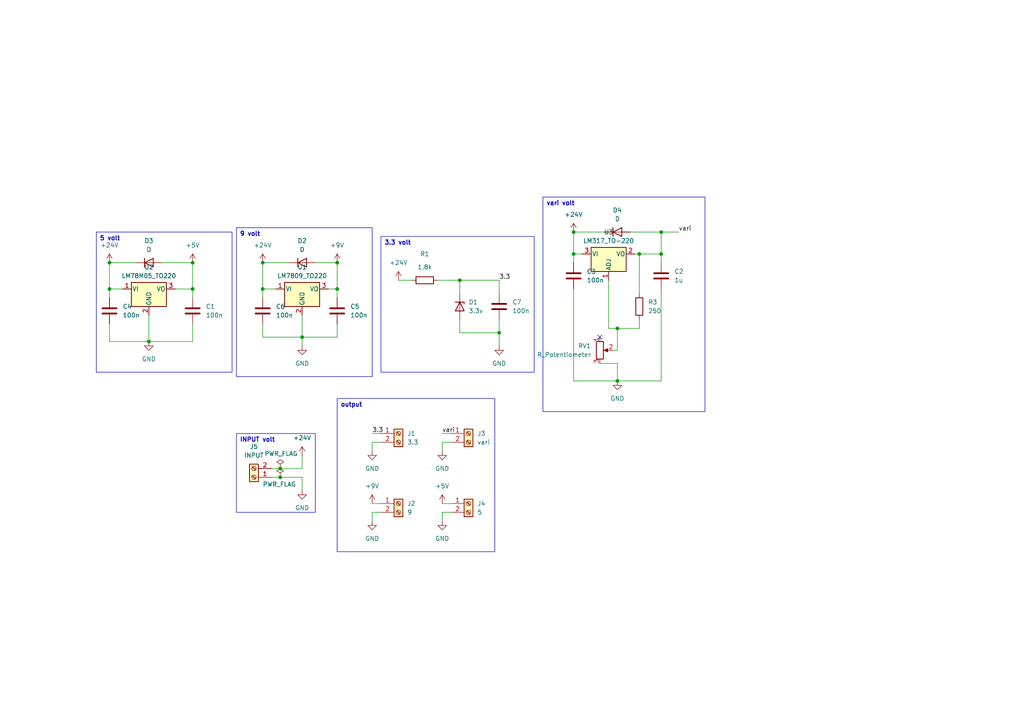
<source format=kicad_sch>
(kicad_sch
	(version 20250114)
	(generator "eeschema")
	(generator_version "9.0")
	(uuid "36da500c-f9de-449c-b94e-b3832352b126")
	(paper "A4")
	(lib_symbols
		(symbol "Connector:Screw_Terminal_01x02"
			(pin_names
				(offset 1.016)
				(hide yes)
			)
			(exclude_from_sim no)
			(in_bom yes)
			(on_board yes)
			(property "Reference" "J"
				(at 0 2.54 0)
				(effects
					(font
						(size 1.27 1.27)
					)
				)
			)
			(property "Value" "Screw_Terminal_01x02"
				(at 0 -5.08 0)
				(effects
					(font
						(size 1.27 1.27)
					)
				)
			)
			(property "Footprint" ""
				(at 0 0 0)
				(effects
					(font
						(size 1.27 1.27)
					)
					(hide yes)
				)
			)
			(property "Datasheet" "~"
				(at 0 0 0)
				(effects
					(font
						(size 1.27 1.27)
					)
					(hide yes)
				)
			)
			(property "Description" "Generic screw terminal, single row, 01x02, script generated (kicad-library-utils/schlib/autogen/connector/)"
				(at 0 0 0)
				(effects
					(font
						(size 1.27 1.27)
					)
					(hide yes)
				)
			)
			(property "ki_keywords" "screw terminal"
				(at 0 0 0)
				(effects
					(font
						(size 1.27 1.27)
					)
					(hide yes)
				)
			)
			(property "ki_fp_filters" "TerminalBlock*:*"
				(at 0 0 0)
				(effects
					(font
						(size 1.27 1.27)
					)
					(hide yes)
				)
			)
			(symbol "Screw_Terminal_01x02_1_1"
				(rectangle
					(start -1.27 1.27)
					(end 1.27 -3.81)
					(stroke
						(width 0.254)
						(type default)
					)
					(fill
						(type background)
					)
				)
				(polyline
					(pts
						(xy -0.5334 0.3302) (xy 0.3302 -0.508)
					)
					(stroke
						(width 0.1524)
						(type default)
					)
					(fill
						(type none)
					)
				)
				(polyline
					(pts
						(xy -0.5334 -2.2098) (xy 0.3302 -3.048)
					)
					(stroke
						(width 0.1524)
						(type default)
					)
					(fill
						(type none)
					)
				)
				(polyline
					(pts
						(xy -0.3556 0.508) (xy 0.508 -0.3302)
					)
					(stroke
						(width 0.1524)
						(type default)
					)
					(fill
						(type none)
					)
				)
				(polyline
					(pts
						(xy -0.3556 -2.032) (xy 0.508 -2.8702)
					)
					(stroke
						(width 0.1524)
						(type default)
					)
					(fill
						(type none)
					)
				)
				(circle
					(center 0 0)
					(radius 0.635)
					(stroke
						(width 0.1524)
						(type default)
					)
					(fill
						(type none)
					)
				)
				(circle
					(center 0 -2.54)
					(radius 0.635)
					(stroke
						(width 0.1524)
						(type default)
					)
					(fill
						(type none)
					)
				)
				(pin passive line
					(at -5.08 0 0)
					(length 3.81)
					(name "Pin_1"
						(effects
							(font
								(size 1.27 1.27)
							)
						)
					)
					(number "1"
						(effects
							(font
								(size 1.27 1.27)
							)
						)
					)
				)
				(pin passive line
					(at -5.08 -2.54 0)
					(length 3.81)
					(name "Pin_2"
						(effects
							(font
								(size 1.27 1.27)
							)
						)
					)
					(number "2"
						(effects
							(font
								(size 1.27 1.27)
							)
						)
					)
				)
			)
			(embedded_fonts no)
		)
		(symbol "Device:C"
			(pin_numbers
				(hide yes)
			)
			(pin_names
				(offset 0.254)
			)
			(exclude_from_sim no)
			(in_bom yes)
			(on_board yes)
			(property "Reference" "C"
				(at 0.635 2.54 0)
				(effects
					(font
						(size 1.27 1.27)
					)
					(justify left)
				)
			)
			(property "Value" "C"
				(at 0.635 -2.54 0)
				(effects
					(font
						(size 1.27 1.27)
					)
					(justify left)
				)
			)
			(property "Footprint" ""
				(at 0.9652 -3.81 0)
				(effects
					(font
						(size 1.27 1.27)
					)
					(hide yes)
				)
			)
			(property "Datasheet" "~"
				(at 0 0 0)
				(effects
					(font
						(size 1.27 1.27)
					)
					(hide yes)
				)
			)
			(property "Description" "Unpolarized capacitor"
				(at 0 0 0)
				(effects
					(font
						(size 1.27 1.27)
					)
					(hide yes)
				)
			)
			(property "ki_keywords" "cap capacitor"
				(at 0 0 0)
				(effects
					(font
						(size 1.27 1.27)
					)
					(hide yes)
				)
			)
			(property "ki_fp_filters" "C_*"
				(at 0 0 0)
				(effects
					(font
						(size 1.27 1.27)
					)
					(hide yes)
				)
			)
			(symbol "C_0_1"
				(polyline
					(pts
						(xy -2.032 0.762) (xy 2.032 0.762)
					)
					(stroke
						(width 0.508)
						(type default)
					)
					(fill
						(type none)
					)
				)
				(polyline
					(pts
						(xy -2.032 -0.762) (xy 2.032 -0.762)
					)
					(stroke
						(width 0.508)
						(type default)
					)
					(fill
						(type none)
					)
				)
			)
			(symbol "C_1_1"
				(pin passive line
					(at 0 3.81 270)
					(length 2.794)
					(name "~"
						(effects
							(font
								(size 1.27 1.27)
							)
						)
					)
					(number "1"
						(effects
							(font
								(size 1.27 1.27)
							)
						)
					)
				)
				(pin passive line
					(at 0 -3.81 90)
					(length 2.794)
					(name "~"
						(effects
							(font
								(size 1.27 1.27)
							)
						)
					)
					(number "2"
						(effects
							(font
								(size 1.27 1.27)
							)
						)
					)
				)
			)
			(embedded_fonts no)
		)
		(symbol "Device:D"
			(pin_numbers
				(hide yes)
			)
			(pin_names
				(offset 1.016)
				(hide yes)
			)
			(exclude_from_sim no)
			(in_bom yes)
			(on_board yes)
			(property "Reference" "D"
				(at 0 2.54 0)
				(effects
					(font
						(size 1.27 1.27)
					)
				)
			)
			(property "Value" "D"
				(at 0 -2.54 0)
				(effects
					(font
						(size 1.27 1.27)
					)
				)
			)
			(property "Footprint" ""
				(at 0 0 0)
				(effects
					(font
						(size 1.27 1.27)
					)
					(hide yes)
				)
			)
			(property "Datasheet" "~"
				(at 0 0 0)
				(effects
					(font
						(size 1.27 1.27)
					)
					(hide yes)
				)
			)
			(property "Description" "Diode"
				(at 0 0 0)
				(effects
					(font
						(size 1.27 1.27)
					)
					(hide yes)
				)
			)
			(property "Sim.Device" "D"
				(at 0 0 0)
				(effects
					(font
						(size 1.27 1.27)
					)
					(hide yes)
				)
			)
			(property "Sim.Pins" "1=K 2=A"
				(at 0 0 0)
				(effects
					(font
						(size 1.27 1.27)
					)
					(hide yes)
				)
			)
			(property "ki_keywords" "diode"
				(at 0 0 0)
				(effects
					(font
						(size 1.27 1.27)
					)
					(hide yes)
				)
			)
			(property "ki_fp_filters" "TO-???* *_Diode_* *SingleDiode* D_*"
				(at 0 0 0)
				(effects
					(font
						(size 1.27 1.27)
					)
					(hide yes)
				)
			)
			(symbol "D_0_1"
				(polyline
					(pts
						(xy -1.27 1.27) (xy -1.27 -1.27)
					)
					(stroke
						(width 0.254)
						(type default)
					)
					(fill
						(type none)
					)
				)
				(polyline
					(pts
						(xy 1.27 1.27) (xy 1.27 -1.27) (xy -1.27 0) (xy 1.27 1.27)
					)
					(stroke
						(width 0.254)
						(type default)
					)
					(fill
						(type none)
					)
				)
				(polyline
					(pts
						(xy 1.27 0) (xy -1.27 0)
					)
					(stroke
						(width 0)
						(type default)
					)
					(fill
						(type none)
					)
				)
			)
			(symbol "D_1_1"
				(pin passive line
					(at -3.81 0 0)
					(length 2.54)
					(name "K"
						(effects
							(font
								(size 1.27 1.27)
							)
						)
					)
					(number "1"
						(effects
							(font
								(size 1.27 1.27)
							)
						)
					)
				)
				(pin passive line
					(at 3.81 0 180)
					(length 2.54)
					(name "A"
						(effects
							(font
								(size 1.27 1.27)
							)
						)
					)
					(number "2"
						(effects
							(font
								(size 1.27 1.27)
							)
						)
					)
				)
			)
			(embedded_fonts no)
		)
		(symbol "Device:D_Zener"
			(pin_numbers
				(hide yes)
			)
			(pin_names
				(offset 1.016)
				(hide yes)
			)
			(exclude_from_sim no)
			(in_bom yes)
			(on_board yes)
			(property "Reference" "D"
				(at 0 2.54 0)
				(effects
					(font
						(size 1.27 1.27)
					)
				)
			)
			(property "Value" "D_Zener"
				(at 0 -2.54 0)
				(effects
					(font
						(size 1.27 1.27)
					)
				)
			)
			(property "Footprint" ""
				(at 0 0 0)
				(effects
					(font
						(size 1.27 1.27)
					)
					(hide yes)
				)
			)
			(property "Datasheet" "~"
				(at 0 0 0)
				(effects
					(font
						(size 1.27 1.27)
					)
					(hide yes)
				)
			)
			(property "Description" "Zener diode"
				(at 0 0 0)
				(effects
					(font
						(size 1.27 1.27)
					)
					(hide yes)
				)
			)
			(property "ki_keywords" "diode"
				(at 0 0 0)
				(effects
					(font
						(size 1.27 1.27)
					)
					(hide yes)
				)
			)
			(property "ki_fp_filters" "TO-???* *_Diode_* *SingleDiode* D_*"
				(at 0 0 0)
				(effects
					(font
						(size 1.27 1.27)
					)
					(hide yes)
				)
			)
			(symbol "D_Zener_0_1"
				(polyline
					(pts
						(xy -1.27 -1.27) (xy -1.27 1.27) (xy -0.762 1.27)
					)
					(stroke
						(width 0.254)
						(type default)
					)
					(fill
						(type none)
					)
				)
				(polyline
					(pts
						(xy 1.27 0) (xy -1.27 0)
					)
					(stroke
						(width 0)
						(type default)
					)
					(fill
						(type none)
					)
				)
				(polyline
					(pts
						(xy 1.27 -1.27) (xy 1.27 1.27) (xy -1.27 0) (xy 1.27 -1.27)
					)
					(stroke
						(width 0.254)
						(type default)
					)
					(fill
						(type none)
					)
				)
			)
			(symbol "D_Zener_1_1"
				(pin passive line
					(at -3.81 0 0)
					(length 2.54)
					(name "K"
						(effects
							(font
								(size 1.27 1.27)
							)
						)
					)
					(number "1"
						(effects
							(font
								(size 1.27 1.27)
							)
						)
					)
				)
				(pin passive line
					(at 3.81 0 180)
					(length 2.54)
					(name "A"
						(effects
							(font
								(size 1.27 1.27)
							)
						)
					)
					(number "2"
						(effects
							(font
								(size 1.27 1.27)
							)
						)
					)
				)
			)
			(embedded_fonts no)
		)
		(symbol "Device:R"
			(pin_numbers
				(hide yes)
			)
			(pin_names
				(offset 0)
			)
			(exclude_from_sim no)
			(in_bom yes)
			(on_board yes)
			(property "Reference" "R"
				(at 2.032 0 90)
				(effects
					(font
						(size 1.27 1.27)
					)
				)
			)
			(property "Value" "R"
				(at 0 0 90)
				(effects
					(font
						(size 1.27 1.27)
					)
				)
			)
			(property "Footprint" ""
				(at -1.778 0 90)
				(effects
					(font
						(size 1.27 1.27)
					)
					(hide yes)
				)
			)
			(property "Datasheet" "~"
				(at 0 0 0)
				(effects
					(font
						(size 1.27 1.27)
					)
					(hide yes)
				)
			)
			(property "Description" "Resistor"
				(at 0 0 0)
				(effects
					(font
						(size 1.27 1.27)
					)
					(hide yes)
				)
			)
			(property "ki_keywords" "R res resistor"
				(at 0 0 0)
				(effects
					(font
						(size 1.27 1.27)
					)
					(hide yes)
				)
			)
			(property "ki_fp_filters" "R_*"
				(at 0 0 0)
				(effects
					(font
						(size 1.27 1.27)
					)
					(hide yes)
				)
			)
			(symbol "R_0_1"
				(rectangle
					(start -1.016 -2.54)
					(end 1.016 2.54)
					(stroke
						(width 0.254)
						(type default)
					)
					(fill
						(type none)
					)
				)
			)
			(symbol "R_1_1"
				(pin passive line
					(at 0 3.81 270)
					(length 1.27)
					(name "~"
						(effects
							(font
								(size 1.27 1.27)
							)
						)
					)
					(number "1"
						(effects
							(font
								(size 1.27 1.27)
							)
						)
					)
				)
				(pin passive line
					(at 0 -3.81 90)
					(length 1.27)
					(name "~"
						(effects
							(font
								(size 1.27 1.27)
							)
						)
					)
					(number "2"
						(effects
							(font
								(size 1.27 1.27)
							)
						)
					)
				)
			)
			(embedded_fonts no)
		)
		(symbol "Device:R_Potentiometer"
			(pin_names
				(offset 1.016)
				(hide yes)
			)
			(exclude_from_sim no)
			(in_bom yes)
			(on_board yes)
			(property "Reference" "RV"
				(at -4.445 0 90)
				(effects
					(font
						(size 1.27 1.27)
					)
				)
			)
			(property "Value" "R_Potentiometer"
				(at -2.54 0 90)
				(effects
					(font
						(size 1.27 1.27)
					)
				)
			)
			(property "Footprint" ""
				(at 0 0 0)
				(effects
					(font
						(size 1.27 1.27)
					)
					(hide yes)
				)
			)
			(property "Datasheet" "~"
				(at 0 0 0)
				(effects
					(font
						(size 1.27 1.27)
					)
					(hide yes)
				)
			)
			(property "Description" "Potentiometer"
				(at 0 0 0)
				(effects
					(font
						(size 1.27 1.27)
					)
					(hide yes)
				)
			)
			(property "ki_keywords" "resistor variable"
				(at 0 0 0)
				(effects
					(font
						(size 1.27 1.27)
					)
					(hide yes)
				)
			)
			(property "ki_fp_filters" "Potentiometer*"
				(at 0 0 0)
				(effects
					(font
						(size 1.27 1.27)
					)
					(hide yes)
				)
			)
			(symbol "R_Potentiometer_0_1"
				(rectangle
					(start 1.016 2.54)
					(end -1.016 -2.54)
					(stroke
						(width 0.254)
						(type default)
					)
					(fill
						(type none)
					)
				)
				(polyline
					(pts
						(xy 1.143 0) (xy 2.286 0.508) (xy 2.286 -0.508) (xy 1.143 0)
					)
					(stroke
						(width 0)
						(type default)
					)
					(fill
						(type outline)
					)
				)
				(polyline
					(pts
						(xy 2.54 0) (xy 1.524 0)
					)
					(stroke
						(width 0)
						(type default)
					)
					(fill
						(type none)
					)
				)
			)
			(symbol "R_Potentiometer_1_1"
				(pin passive line
					(at 0 3.81 270)
					(length 1.27)
					(name "1"
						(effects
							(font
								(size 1.27 1.27)
							)
						)
					)
					(number "1"
						(effects
							(font
								(size 1.27 1.27)
							)
						)
					)
				)
				(pin passive line
					(at 0 -3.81 90)
					(length 1.27)
					(name "3"
						(effects
							(font
								(size 1.27 1.27)
							)
						)
					)
					(number "3"
						(effects
							(font
								(size 1.27 1.27)
							)
						)
					)
				)
				(pin passive line
					(at 3.81 0 180)
					(length 1.27)
					(name "2"
						(effects
							(font
								(size 1.27 1.27)
							)
						)
					)
					(number "2"
						(effects
							(font
								(size 1.27 1.27)
							)
						)
					)
				)
			)
			(embedded_fonts no)
		)
		(symbol "Regulator_Linear:LM317_TO-220"
			(pin_names
				(offset 0.254)
			)
			(exclude_from_sim no)
			(in_bom yes)
			(on_board yes)
			(property "Reference" "U"
				(at -3.81 3.175 0)
				(effects
					(font
						(size 1.27 1.27)
					)
				)
			)
			(property "Value" "LM317_TO-220"
				(at 0 3.175 0)
				(effects
					(font
						(size 1.27 1.27)
					)
					(justify left)
				)
			)
			(property "Footprint" "Package_TO_SOT_THT:TO-220-3_Vertical"
				(at 0 6.35 0)
				(effects
					(font
						(size 1.27 1.27)
						(italic yes)
					)
					(hide yes)
				)
			)
			(property "Datasheet" "http://www.ti.com/lit/ds/symlink/lm317.pdf"
				(at 0 0 0)
				(effects
					(font
						(size 1.27 1.27)
					)
					(hide yes)
				)
			)
			(property "Description" "1.5A 35V Adjustable Linear Regulator, TO-220"
				(at 0 0 0)
				(effects
					(font
						(size 1.27 1.27)
					)
					(hide yes)
				)
			)
			(property "ki_keywords" "Adjustable Voltage Regulator 1A Positive"
				(at 0 0 0)
				(effects
					(font
						(size 1.27 1.27)
					)
					(hide yes)
				)
			)
			(property "ki_fp_filters" "TO?220*"
				(at 0 0 0)
				(effects
					(font
						(size 1.27 1.27)
					)
					(hide yes)
				)
			)
			(symbol "LM317_TO-220_0_1"
				(rectangle
					(start -5.08 1.905)
					(end 5.08 -5.08)
					(stroke
						(width 0.254)
						(type default)
					)
					(fill
						(type background)
					)
				)
			)
			(symbol "LM317_TO-220_1_1"
				(pin power_in line
					(at -7.62 0 0)
					(length 2.54)
					(name "VI"
						(effects
							(font
								(size 1.27 1.27)
							)
						)
					)
					(number "3"
						(effects
							(font
								(size 1.27 1.27)
							)
						)
					)
				)
				(pin input line
					(at 0 -7.62 90)
					(length 2.54)
					(name "ADJ"
						(effects
							(font
								(size 1.27 1.27)
							)
						)
					)
					(number "1"
						(effects
							(font
								(size 1.27 1.27)
							)
						)
					)
				)
				(pin power_out line
					(at 7.62 0 180)
					(length 2.54)
					(name "VO"
						(effects
							(font
								(size 1.27 1.27)
							)
						)
					)
					(number "2"
						(effects
							(font
								(size 1.27 1.27)
							)
						)
					)
				)
			)
			(embedded_fonts no)
		)
		(symbol "Regulator_Linear:LM7809_TO220"
			(pin_names
				(offset 0.254)
			)
			(exclude_from_sim no)
			(in_bom yes)
			(on_board yes)
			(property "Reference" "U"
				(at -3.81 3.175 0)
				(effects
					(font
						(size 1.27 1.27)
					)
				)
			)
			(property "Value" "LM7809_TO220"
				(at 0 3.175 0)
				(effects
					(font
						(size 1.27 1.27)
					)
					(justify left)
				)
			)
			(property "Footprint" "Package_TO_SOT_THT:TO-220-3_Vertical"
				(at 0 5.715 0)
				(effects
					(font
						(size 1.27 1.27)
						(italic yes)
					)
					(hide yes)
				)
			)
			(property "Datasheet" "https://www.onsemi.cn/PowerSolutions/document/MC7800-D.PDF"
				(at 0 -1.27 0)
				(effects
					(font
						(size 1.27 1.27)
					)
					(hide yes)
				)
			)
			(property "Description" "Positive 1A 35V Linear Regulator, Fixed Output 9V, TO-220"
				(at 0 0 0)
				(effects
					(font
						(size 1.27 1.27)
					)
					(hide yes)
				)
			)
			(property "ki_keywords" "Voltage Regulator 1A Positive"
				(at 0 0 0)
				(effects
					(font
						(size 1.27 1.27)
					)
					(hide yes)
				)
			)
			(property "ki_fp_filters" "TO?220*"
				(at 0 0 0)
				(effects
					(font
						(size 1.27 1.27)
					)
					(hide yes)
				)
			)
			(symbol "LM7809_TO220_0_1"
				(rectangle
					(start -5.08 1.905)
					(end 5.08 -5.08)
					(stroke
						(width 0.254)
						(type default)
					)
					(fill
						(type background)
					)
				)
			)
			(symbol "LM7809_TO220_1_1"
				(pin power_in line
					(at -7.62 0 0)
					(length 2.54)
					(name "VI"
						(effects
							(font
								(size 1.27 1.27)
							)
						)
					)
					(number "1"
						(effects
							(font
								(size 1.27 1.27)
							)
						)
					)
				)
				(pin power_in line
					(at 0 -7.62 90)
					(length 2.54)
					(name "GND"
						(effects
							(font
								(size 1.27 1.27)
							)
						)
					)
					(number "2"
						(effects
							(font
								(size 1.27 1.27)
							)
						)
					)
				)
				(pin power_out line
					(at 7.62 0 180)
					(length 2.54)
					(name "VO"
						(effects
							(font
								(size 1.27 1.27)
							)
						)
					)
					(number "3"
						(effects
							(font
								(size 1.27 1.27)
							)
						)
					)
				)
			)
			(embedded_fonts no)
		)
		(symbol "Regulator_Linear:LM78M05_TO220"
			(pin_names
				(offset 0.254)
			)
			(exclude_from_sim no)
			(in_bom yes)
			(on_board yes)
			(property "Reference" "U"
				(at -3.81 3.175 0)
				(effects
					(font
						(size 1.27 1.27)
					)
				)
			)
			(property "Value" "LM78M05_TO220"
				(at 0 3.175 0)
				(effects
					(font
						(size 1.27 1.27)
					)
					(justify left)
				)
			)
			(property "Footprint" "Package_TO_SOT_THT:TO-220-3_Vertical"
				(at 0 5.715 0)
				(effects
					(font
						(size 1.27 1.27)
						(italic yes)
					)
					(hide yes)
				)
			)
			(property "Datasheet" "https://www.onsemi.com/pub/Collateral/MC78M00-D.PDF"
				(at 0 -1.27 0)
				(effects
					(font
						(size 1.27 1.27)
					)
					(hide yes)
				)
			)
			(property "Description" "Positive 500mA 35V Linear Regulator, Fixed Output 5V, TO-220"
				(at 0 0 0)
				(effects
					(font
						(size 1.27 1.27)
					)
					(hide yes)
				)
			)
			(property "ki_keywords" "Voltage Regulator 500mA Positive"
				(at 0 0 0)
				(effects
					(font
						(size 1.27 1.27)
					)
					(hide yes)
				)
			)
			(property "ki_fp_filters" "TO?220*"
				(at 0 0 0)
				(effects
					(font
						(size 1.27 1.27)
					)
					(hide yes)
				)
			)
			(symbol "LM78M05_TO220_0_1"
				(rectangle
					(start -5.08 1.905)
					(end 5.08 -5.08)
					(stroke
						(width 0.254)
						(type default)
					)
					(fill
						(type background)
					)
				)
			)
			(symbol "LM78M05_TO220_1_1"
				(pin power_in line
					(at -7.62 0 0)
					(length 2.54)
					(name "VI"
						(effects
							(font
								(size 1.27 1.27)
							)
						)
					)
					(number "1"
						(effects
							(font
								(size 1.27 1.27)
							)
						)
					)
				)
				(pin power_in line
					(at 0 -7.62 90)
					(length 2.54)
					(name "GND"
						(effects
							(font
								(size 1.27 1.27)
							)
						)
					)
					(number "2"
						(effects
							(font
								(size 1.27 1.27)
							)
						)
					)
				)
				(pin power_out line
					(at 7.62 0 180)
					(length 2.54)
					(name "VO"
						(effects
							(font
								(size 1.27 1.27)
							)
						)
					)
					(number "3"
						(effects
							(font
								(size 1.27 1.27)
							)
						)
					)
				)
			)
			(embedded_fonts no)
		)
		(symbol "power:+24V"
			(power)
			(pin_numbers
				(hide yes)
			)
			(pin_names
				(offset 0)
				(hide yes)
			)
			(exclude_from_sim no)
			(in_bom yes)
			(on_board yes)
			(property "Reference" "#PWR"
				(at 0 -3.81 0)
				(effects
					(font
						(size 1.27 1.27)
					)
					(hide yes)
				)
			)
			(property "Value" "+24V"
				(at 0 3.556 0)
				(effects
					(font
						(size 1.27 1.27)
					)
				)
			)
			(property "Footprint" ""
				(at 0 0 0)
				(effects
					(font
						(size 1.27 1.27)
					)
					(hide yes)
				)
			)
			(property "Datasheet" ""
				(at 0 0 0)
				(effects
					(font
						(size 1.27 1.27)
					)
					(hide yes)
				)
			)
			(property "Description" "Power symbol creates a global label with name \"+24V\""
				(at 0 0 0)
				(effects
					(font
						(size 1.27 1.27)
					)
					(hide yes)
				)
			)
			(property "ki_keywords" "global power"
				(at 0 0 0)
				(effects
					(font
						(size 1.27 1.27)
					)
					(hide yes)
				)
			)
			(symbol "+24V_0_1"
				(polyline
					(pts
						(xy -0.762 1.27) (xy 0 2.54)
					)
					(stroke
						(width 0)
						(type default)
					)
					(fill
						(type none)
					)
				)
				(polyline
					(pts
						(xy 0 2.54) (xy 0.762 1.27)
					)
					(stroke
						(width 0)
						(type default)
					)
					(fill
						(type none)
					)
				)
				(polyline
					(pts
						(xy 0 0) (xy 0 2.54)
					)
					(stroke
						(width 0)
						(type default)
					)
					(fill
						(type none)
					)
				)
			)
			(symbol "+24V_1_1"
				(pin power_in line
					(at 0 0 90)
					(length 0)
					(name "~"
						(effects
							(font
								(size 1.27 1.27)
							)
						)
					)
					(number "1"
						(effects
							(font
								(size 1.27 1.27)
							)
						)
					)
				)
			)
			(embedded_fonts no)
		)
		(symbol "power:+5V"
			(power)
			(pin_numbers
				(hide yes)
			)
			(pin_names
				(offset 0)
				(hide yes)
			)
			(exclude_from_sim no)
			(in_bom yes)
			(on_board yes)
			(property "Reference" "#PWR"
				(at 0 -3.81 0)
				(effects
					(font
						(size 1.27 1.27)
					)
					(hide yes)
				)
			)
			(property "Value" "+5V"
				(at 0 3.556 0)
				(effects
					(font
						(size 1.27 1.27)
					)
				)
			)
			(property "Footprint" ""
				(at 0 0 0)
				(effects
					(font
						(size 1.27 1.27)
					)
					(hide yes)
				)
			)
			(property "Datasheet" ""
				(at 0 0 0)
				(effects
					(font
						(size 1.27 1.27)
					)
					(hide yes)
				)
			)
			(property "Description" "Power symbol creates a global label with name \"+5V\""
				(at 0 0 0)
				(effects
					(font
						(size 1.27 1.27)
					)
					(hide yes)
				)
			)
			(property "ki_keywords" "global power"
				(at 0 0 0)
				(effects
					(font
						(size 1.27 1.27)
					)
					(hide yes)
				)
			)
			(symbol "+5V_0_1"
				(polyline
					(pts
						(xy -0.762 1.27) (xy 0 2.54)
					)
					(stroke
						(width 0)
						(type default)
					)
					(fill
						(type none)
					)
				)
				(polyline
					(pts
						(xy 0 2.54) (xy 0.762 1.27)
					)
					(stroke
						(width 0)
						(type default)
					)
					(fill
						(type none)
					)
				)
				(polyline
					(pts
						(xy 0 0) (xy 0 2.54)
					)
					(stroke
						(width 0)
						(type default)
					)
					(fill
						(type none)
					)
				)
			)
			(symbol "+5V_1_1"
				(pin power_in line
					(at 0 0 90)
					(length 0)
					(name "~"
						(effects
							(font
								(size 1.27 1.27)
							)
						)
					)
					(number "1"
						(effects
							(font
								(size 1.27 1.27)
							)
						)
					)
				)
			)
			(embedded_fonts no)
		)
		(symbol "power:+9V"
			(power)
			(pin_numbers
				(hide yes)
			)
			(pin_names
				(offset 0)
				(hide yes)
			)
			(exclude_from_sim no)
			(in_bom yes)
			(on_board yes)
			(property "Reference" "#PWR"
				(at 0 -3.81 0)
				(effects
					(font
						(size 1.27 1.27)
					)
					(hide yes)
				)
			)
			(property "Value" "+9V"
				(at 0 3.556 0)
				(effects
					(font
						(size 1.27 1.27)
					)
				)
			)
			(property "Footprint" ""
				(at 0 0 0)
				(effects
					(font
						(size 1.27 1.27)
					)
					(hide yes)
				)
			)
			(property "Datasheet" ""
				(at 0 0 0)
				(effects
					(font
						(size 1.27 1.27)
					)
					(hide yes)
				)
			)
			(property "Description" "Power symbol creates a global label with name \"+9V\""
				(at 0 0 0)
				(effects
					(font
						(size 1.27 1.27)
					)
					(hide yes)
				)
			)
			(property "ki_keywords" "global power"
				(at 0 0 0)
				(effects
					(font
						(size 1.27 1.27)
					)
					(hide yes)
				)
			)
			(symbol "+9V_0_1"
				(polyline
					(pts
						(xy -0.762 1.27) (xy 0 2.54)
					)
					(stroke
						(width 0)
						(type default)
					)
					(fill
						(type none)
					)
				)
				(polyline
					(pts
						(xy 0 2.54) (xy 0.762 1.27)
					)
					(stroke
						(width 0)
						(type default)
					)
					(fill
						(type none)
					)
				)
				(polyline
					(pts
						(xy 0 0) (xy 0 2.54)
					)
					(stroke
						(width 0)
						(type default)
					)
					(fill
						(type none)
					)
				)
			)
			(symbol "+9V_1_1"
				(pin power_in line
					(at 0 0 90)
					(length 0)
					(name "~"
						(effects
							(font
								(size 1.27 1.27)
							)
						)
					)
					(number "1"
						(effects
							(font
								(size 1.27 1.27)
							)
						)
					)
				)
			)
			(embedded_fonts no)
		)
		(symbol "power:GND"
			(power)
			(pin_numbers
				(hide yes)
			)
			(pin_names
				(offset 0)
				(hide yes)
			)
			(exclude_from_sim no)
			(in_bom yes)
			(on_board yes)
			(property "Reference" "#PWR"
				(at 0 -6.35 0)
				(effects
					(font
						(size 1.27 1.27)
					)
					(hide yes)
				)
			)
			(property "Value" "GND"
				(at 0 -3.81 0)
				(effects
					(font
						(size 1.27 1.27)
					)
				)
			)
			(property "Footprint" ""
				(at 0 0 0)
				(effects
					(font
						(size 1.27 1.27)
					)
					(hide yes)
				)
			)
			(property "Datasheet" ""
				(at 0 0 0)
				(effects
					(font
						(size 1.27 1.27)
					)
					(hide yes)
				)
			)
			(property "Description" "Power symbol creates a global label with name \"GND\" , ground"
				(at 0 0 0)
				(effects
					(font
						(size 1.27 1.27)
					)
					(hide yes)
				)
			)
			(property "ki_keywords" "global power"
				(at 0 0 0)
				(effects
					(font
						(size 1.27 1.27)
					)
					(hide yes)
				)
			)
			(symbol "GND_0_1"
				(polyline
					(pts
						(xy 0 0) (xy 0 -1.27) (xy 1.27 -1.27) (xy 0 -2.54) (xy -1.27 -1.27) (xy 0 -1.27)
					)
					(stroke
						(width 0)
						(type default)
					)
					(fill
						(type none)
					)
				)
			)
			(symbol "GND_1_1"
				(pin power_in line
					(at 0 0 270)
					(length 0)
					(name "~"
						(effects
							(font
								(size 1.27 1.27)
							)
						)
					)
					(number "1"
						(effects
							(font
								(size 1.27 1.27)
							)
						)
					)
				)
			)
			(embedded_fonts no)
		)
		(symbol "power:PWR_FLAG"
			(power)
			(pin_numbers
				(hide yes)
			)
			(pin_names
				(offset 0)
				(hide yes)
			)
			(exclude_from_sim no)
			(in_bom yes)
			(on_board yes)
			(property "Reference" "#FLG"
				(at 0 1.905 0)
				(effects
					(font
						(size 1.27 1.27)
					)
					(hide yes)
				)
			)
			(property "Value" "PWR_FLAG"
				(at 0 3.81 0)
				(effects
					(font
						(size 1.27 1.27)
					)
				)
			)
			(property "Footprint" ""
				(at 0 0 0)
				(effects
					(font
						(size 1.27 1.27)
					)
					(hide yes)
				)
			)
			(property "Datasheet" "~"
				(at 0 0 0)
				(effects
					(font
						(size 1.27 1.27)
					)
					(hide yes)
				)
			)
			(property "Description" "Special symbol for telling ERC where power comes from"
				(at 0 0 0)
				(effects
					(font
						(size 1.27 1.27)
					)
					(hide yes)
				)
			)
			(property "ki_keywords" "flag power"
				(at 0 0 0)
				(effects
					(font
						(size 1.27 1.27)
					)
					(hide yes)
				)
			)
			(symbol "PWR_FLAG_0_0"
				(pin power_out line
					(at 0 0 90)
					(length 0)
					(name "~"
						(effects
							(font
								(size 1.27 1.27)
							)
						)
					)
					(number "1"
						(effects
							(font
								(size 1.27 1.27)
							)
						)
					)
				)
			)
			(symbol "PWR_FLAG_0_1"
				(polyline
					(pts
						(xy 0 0) (xy 0 1.27) (xy -1.016 1.905) (xy 0 2.54) (xy 1.016 1.905) (xy 0 1.27)
					)
					(stroke
						(width 0)
						(type default)
					)
					(fill
						(type none)
					)
				)
			)
			(embedded_fonts no)
		)
	)
	(text_box "INPUT volt"
		(exclude_from_sim no)
		(at 68.58 125.73 0)
		(size 22.86 22.86)
		(margins 0.9525 0.9525 0.9525 0.9525)
		(stroke
			(width 0)
			(type solid)
		)
		(fill
			(type none)
		)
		(effects
			(font
				(size 1.27 1.27)
				(thickness 0.254)
				(bold yes)
			)
			(justify left top)
		)
		(uuid "29175aea-0c91-4164-a6b8-ae4ac758bd44")
	)
	(text_box "vari volt"
		(exclude_from_sim no)
		(at 157.48 57.15 0)
		(size 46.99 62.23)
		(margins 0.9525 0.9525 0.9525 0.9525)
		(stroke
			(width 0)
			(type solid)
		)
		(fill
			(type none)
		)
		(effects
			(font
				(size 1.27 1.27)
				(thickness 0.254)
				(bold yes)
			)
			(justify left top)
		)
		(uuid "36d131ef-f024-40b4-8905-4cd77dd57951")
	)
	(text_box "5 volt"
		(exclude_from_sim no)
		(at 27.94 67.31 0)
		(size 39.37 40.64)
		(margins 0.9525 0.9525 0.9525 0.9525)
		(stroke
			(width 0)
			(type solid)
		)
		(fill
			(type none)
		)
		(effects
			(font
				(size 1.27 1.27)
				(thickness 0.254)
				(bold yes)
			)
			(justify left top)
		)
		(uuid "573986f0-7e33-464f-b84b-22f3ed5759d9")
	)
	(text_box "output"
		(exclude_from_sim no)
		(at 97.79 115.57 0)
		(size 45.72 44.45)
		(margins 0.9525 0.9525 0.9525 0.9525)
		(stroke
			(width 0)
			(type solid)
		)
		(fill
			(type none)
		)
		(effects
			(font
				(size 1.27 1.27)
				(thickness 0.254)
				(bold yes)
			)
			(justify left top)
		)
		(uuid "9f91aedd-6a99-4964-9982-e1c1f261a82d")
	)
	(text_box "3.3 volt"
		(exclude_from_sim no)
		(at 110.49 68.58 0)
		(size 44.45 39.37)
		(margins 0.9525 0.9525 0.9525 0.9525)
		(stroke
			(width 0)
			(type solid)
		)
		(fill
			(type none)
		)
		(effects
			(font
				(size 1.27 1.27)
				(thickness 0.254)
				(bold yes)
			)
			(justify left top)
		)
		(uuid "c8bb8d96-ed3a-41af-8f8d-bff55c92a7ea")
	)
	(text_box ""
		(exclude_from_sim no)
		(at 124.46 135.89 0)
		(size 0 0)
		(margins 0.9525 0.9525 0.9525 0.9525)
		(stroke
			(width 0)
			(type solid)
		)
		(fill
			(type none)
		)
		(effects
			(font
				(size 1.27 1.27)
			)
			(justify left top)
		)
		(uuid "d1a39b56-0eb1-41ba-92a5-c8db0fab1c69")
	)
	(text_box "9 volt"
		(exclude_from_sim no)
		(at 68.58 66.04 0)
		(size 39.37 43.18)
		(margins 0.9525 0.9525 0.9525 0.9525)
		(stroke
			(width 0)
			(type solid)
		)
		(fill
			(type none)
		)
		(effects
			(font
				(size 1.27 1.27)
				(thickness 0.254)
				(bold yes)
			)
			(justify left top)
		)
		(uuid "e2373297-ecf0-49df-80ae-5fd3bc0fd205")
	)
	(junction
		(at 55.88 83.82)
		(diameter 0)
		(color 0 0 0 0)
		(uuid "06c8dfde-eb38-4610-925b-eeb662984f6c")
	)
	(junction
		(at 191.77 67.31)
		(diameter 0)
		(color 0 0 0 0)
		(uuid "1899bc84-98c1-415c-8a44-944641e8af0e")
	)
	(junction
		(at 76.2 83.82)
		(diameter 0)
		(color 0 0 0 0)
		(uuid "1aca8361-511f-4019-88ee-5de7a8ad51ea")
	)
	(junction
		(at 31.75 76.2)
		(diameter 0)
		(color 0 0 0 0)
		(uuid "1afffde1-3f0c-4eb6-a1e6-2b304f2affa9")
	)
	(junction
		(at 97.79 83.82)
		(diameter 0)
		(color 0 0 0 0)
		(uuid "1b0e76bd-0952-4b72-a7ef-dad3e8897b7e")
	)
	(junction
		(at 133.35 81.28)
		(diameter 0)
		(color 0 0 0 0)
		(uuid "1de74513-7609-4a5e-89f8-18049a11003e")
	)
	(junction
		(at 81.28 135.89)
		(diameter 0)
		(color 0 0 0 0)
		(uuid "4a21b495-ac6d-4689-96b7-e8e93af059ee")
	)
	(junction
		(at 87.63 97.79)
		(diameter 0)
		(color 0 0 0 0)
		(uuid "58114e11-a933-488f-bece-e6377915f0ee")
	)
	(junction
		(at 166.37 73.66)
		(diameter 0)
		(color 0 0 0 0)
		(uuid "5e991b90-7d95-4f60-9af6-c0da6bdb7493")
	)
	(junction
		(at 166.37 67.31)
		(diameter 0)
		(color 0 0 0 0)
		(uuid "68fd6bdf-82a6-4007-a93f-99abf85f3adb")
	)
	(junction
		(at 179.07 110.49)
		(diameter 0)
		(color 0 0 0 0)
		(uuid "70665889-e9c2-497f-b63e-4fdf346f5b5a")
	)
	(junction
		(at 179.07 95.25)
		(diameter 0)
		(color 0 0 0 0)
		(uuid "72a3f7b0-165b-4d06-8fcf-abd551e5030b")
	)
	(junction
		(at 43.18 99.06)
		(diameter 0)
		(color 0 0 0 0)
		(uuid "7bed4602-cbf0-4272-a13d-c711d00e7759")
	)
	(junction
		(at 76.2 76.2)
		(diameter 0)
		(color 0 0 0 0)
		(uuid "8fdb3c7a-fceb-43db-acef-30ffe8f1bacc")
	)
	(junction
		(at 185.42 73.66)
		(diameter 0)
		(color 0 0 0 0)
		(uuid "a248bea6-c5cc-48e0-b221-e281fb513b17")
	)
	(junction
		(at 31.75 83.82)
		(diameter 0)
		(color 0 0 0 0)
		(uuid "b2bd0ee6-59c0-4b66-a76e-658421c17e00")
	)
	(junction
		(at 191.77 73.66)
		(diameter 0)
		(color 0 0 0 0)
		(uuid "caa5bda6-0487-4367-a1c9-b28359fdeaf7")
	)
	(junction
		(at 97.79 76.2)
		(diameter 0)
		(color 0 0 0 0)
		(uuid "cb3e5ba2-4aba-46b0-958e-5a9f3dc35dd1")
	)
	(junction
		(at 55.88 76.2)
		(diameter 0)
		(color 0 0 0 0)
		(uuid "cbda17fb-7e9b-4a7e-954f-943b313c3760")
	)
	(junction
		(at 81.28 138.43)
		(diameter 0)
		(color 0 0 0 0)
		(uuid "e91a754b-c258-4470-9aba-8a1a033ad2b4")
	)
	(junction
		(at 144.78 96.52)
		(diameter 0)
		(color 0 0 0 0)
		(uuid "f64d5077-46b7-49fe-a751-d90d6e05fd63")
	)
	(no_connect
		(at 173.99 97.79)
		(uuid "36246af8-929f-4584-97fc-ef6f505ff1cb")
	)
	(wire
		(pts
			(xy 184.15 73.66) (xy 185.42 73.66)
		)
		(stroke
			(width 0)
			(type default)
		)
		(uuid "06d4ce9e-dfdc-466d-986a-ff37b5ee3560")
	)
	(wire
		(pts
			(xy 175.26 67.31) (xy 166.37 67.31)
		)
		(stroke
			(width 0)
			(type default)
		)
		(uuid "09683950-3870-466c-8460-abbe4593b013")
	)
	(wire
		(pts
			(xy 50.8 83.82) (xy 55.88 83.82)
		)
		(stroke
			(width 0)
			(type default)
		)
		(uuid "1037d271-ccb7-4c35-87db-f1ebc0d40f32")
	)
	(wire
		(pts
			(xy 81.28 138.43) (xy 87.63 138.43)
		)
		(stroke
			(width 0)
			(type default)
		)
		(uuid "1a3c722a-929a-4ba2-8c16-5b8e41d3eb3b")
	)
	(wire
		(pts
			(xy 55.88 99.06) (xy 43.18 99.06)
		)
		(stroke
			(width 0)
			(type default)
		)
		(uuid "1d22eb6e-7204-4d16-a92c-c73c6117680a")
	)
	(wire
		(pts
			(xy 87.63 132.08) (xy 87.63 135.89)
		)
		(stroke
			(width 0)
			(type default)
		)
		(uuid "1d96ccc1-db33-4fd6-826c-45cbf8d51855")
	)
	(wire
		(pts
			(xy 107.95 146.05) (xy 110.49 146.05)
		)
		(stroke
			(width 0)
			(type default)
		)
		(uuid "1e017137-1638-4d8a-89da-7a7b9f0bd4e6")
	)
	(wire
		(pts
			(xy 55.88 93.98) (xy 55.88 99.06)
		)
		(stroke
			(width 0)
			(type default)
		)
		(uuid "25987391-73c7-4333-9d53-dd87a05d8d61")
	)
	(wire
		(pts
			(xy 83.82 76.2) (xy 76.2 76.2)
		)
		(stroke
			(width 0)
			(type default)
		)
		(uuid "2f94ebc7-031b-4384-9f2d-9ff7ac127260")
	)
	(wire
		(pts
			(xy 55.88 76.2) (xy 55.88 83.82)
		)
		(stroke
			(width 0)
			(type default)
		)
		(uuid "30e47f01-04af-4edc-b376-7084cdb1e675")
	)
	(wire
		(pts
			(xy 128.27 148.59) (xy 128.27 151.13)
		)
		(stroke
			(width 0)
			(type default)
		)
		(uuid "32488a73-d893-499c-9fec-9a4c58b832a6")
	)
	(wire
		(pts
			(xy 43.18 91.44) (xy 43.18 99.06)
		)
		(stroke
			(width 0)
			(type default)
		)
		(uuid "33a96694-ff77-4239-93e2-6e8bc294ff78")
	)
	(wire
		(pts
			(xy 31.75 76.2) (xy 31.75 83.82)
		)
		(stroke
			(width 0)
			(type default)
		)
		(uuid "35c00d9d-dfa9-4c90-b52c-2985d4dcd79c")
	)
	(wire
		(pts
			(xy 179.07 101.6) (xy 177.8 101.6)
		)
		(stroke
			(width 0)
			(type default)
		)
		(uuid "466c43ab-a6a3-43d5-8811-e709b90e63dc")
	)
	(wire
		(pts
			(xy 144.78 92.71) (xy 144.78 96.52)
		)
		(stroke
			(width 0)
			(type default)
		)
		(uuid "47839ed3-56d3-4e90-8802-80ea4a1b635b")
	)
	(wire
		(pts
			(xy 185.42 92.71) (xy 185.42 95.25)
		)
		(stroke
			(width 0)
			(type default)
		)
		(uuid "49f1215c-aa59-4fac-90f5-9c0271d07e95")
	)
	(wire
		(pts
			(xy 78.74 135.89) (xy 81.28 135.89)
		)
		(stroke
			(width 0)
			(type default)
		)
		(uuid "4c57064f-71dc-4f75-9ded-d74afb6222da")
	)
	(wire
		(pts
			(xy 87.63 135.89) (xy 81.28 135.89)
		)
		(stroke
			(width 0)
			(type default)
		)
		(uuid "4d864a20-d1e1-4ec9-aa02-f2c40121173e")
	)
	(wire
		(pts
			(xy 133.35 81.28) (xy 133.35 85.09)
		)
		(stroke
			(width 0)
			(type default)
		)
		(uuid "508778da-07b0-4aad-9c57-773335409fe2")
	)
	(wire
		(pts
			(xy 31.75 83.82) (xy 35.56 83.82)
		)
		(stroke
			(width 0)
			(type default)
		)
		(uuid "52a8a476-d94f-440b-8014-d7fa6dd6a30c")
	)
	(wire
		(pts
			(xy 176.53 95.25) (xy 179.07 95.25)
		)
		(stroke
			(width 0)
			(type default)
		)
		(uuid "536eb249-9dd9-45f4-bb1b-00eb0d5d3950")
	)
	(wire
		(pts
			(xy 39.37 76.2) (xy 31.75 76.2)
		)
		(stroke
			(width 0)
			(type default)
		)
		(uuid "537280bc-6102-447b-a71d-0ab6da2436c3")
	)
	(wire
		(pts
			(xy 182.88 67.31) (xy 191.77 67.31)
		)
		(stroke
			(width 0)
			(type default)
		)
		(uuid "537fc6c8-22df-4d56-8d77-092453dbe07c")
	)
	(wire
		(pts
			(xy 76.2 93.98) (xy 76.2 97.79)
		)
		(stroke
			(width 0)
			(type default)
		)
		(uuid "53b914fe-7dcd-4789-aad8-5be9783c3468")
	)
	(wire
		(pts
			(xy 107.95 128.27) (xy 107.95 130.81)
		)
		(stroke
			(width 0)
			(type default)
		)
		(uuid "554ceb51-da44-45e4-99d1-5671f846d9bd")
	)
	(wire
		(pts
			(xy 107.95 125.73) (xy 110.49 125.73)
		)
		(stroke
			(width 0)
			(type default)
		)
		(uuid "59b691c5-aadc-490e-b5e0-cd8ee6b2d5e6")
	)
	(wire
		(pts
			(xy 110.49 128.27) (xy 107.95 128.27)
		)
		(stroke
			(width 0)
			(type default)
		)
		(uuid "71adabf1-4f72-473c-b588-5cf947831525")
	)
	(wire
		(pts
			(xy 179.07 110.49) (xy 191.77 110.49)
		)
		(stroke
			(width 0)
			(type default)
		)
		(uuid "71cc8f6b-e6ca-448f-821b-1c0aa6359c25")
	)
	(wire
		(pts
			(xy 91.44 76.2) (xy 97.79 76.2)
		)
		(stroke
			(width 0)
			(type default)
		)
		(uuid "75497372-a456-4f31-af32-a64b43e9f021")
	)
	(wire
		(pts
			(xy 110.49 148.59) (xy 107.95 148.59)
		)
		(stroke
			(width 0)
			(type default)
		)
		(uuid "76ea7716-7def-4c72-a69e-002df2442063")
	)
	(wire
		(pts
			(xy 185.42 73.66) (xy 191.77 73.66)
		)
		(stroke
			(width 0)
			(type default)
		)
		(uuid "7b2f3fdb-5317-4fb4-9aab-a4744e754d97")
	)
	(wire
		(pts
			(xy 76.2 97.79) (xy 87.63 97.79)
		)
		(stroke
			(width 0)
			(type default)
		)
		(uuid "7edc7f45-602e-432c-a9f7-b62373c1587c")
	)
	(wire
		(pts
			(xy 87.63 100.33) (xy 87.63 97.79)
		)
		(stroke
			(width 0)
			(type default)
		)
		(uuid "828033cc-876c-43a0-81fd-07b6d3f1c767")
	)
	(wire
		(pts
			(xy 144.78 85.09) (xy 144.78 81.28)
		)
		(stroke
			(width 0)
			(type default)
		)
		(uuid "86943af3-eb8d-4061-b1b6-da4dc0781639")
	)
	(wire
		(pts
			(xy 168.91 73.66) (xy 166.37 73.66)
		)
		(stroke
			(width 0)
			(type default)
		)
		(uuid "8edb12dd-b470-4644-9bfa-50e7d1f9d757")
	)
	(wire
		(pts
			(xy 173.99 105.41) (xy 179.07 105.41)
		)
		(stroke
			(width 0)
			(type default)
		)
		(uuid "8fc6507f-f008-4ddb-a8ea-1da4f508b7a0")
	)
	(wire
		(pts
			(xy 191.77 83.82) (xy 191.77 110.49)
		)
		(stroke
			(width 0)
			(type default)
		)
		(uuid "905475f0-7580-4d21-9009-39806b1acaec")
	)
	(wire
		(pts
			(xy 191.77 67.31) (xy 196.85 67.31)
		)
		(stroke
			(width 0)
			(type default)
		)
		(uuid "908c4ed7-b925-4eaf-a606-c0c71dbc3743")
	)
	(wire
		(pts
			(xy 97.79 97.79) (xy 87.63 97.79)
		)
		(stroke
			(width 0)
			(type default)
		)
		(uuid "924ae4ec-8f9b-4110-87db-ba80f674a52b")
	)
	(wire
		(pts
			(xy 144.78 96.52) (xy 144.78 100.33)
		)
		(stroke
			(width 0)
			(type default)
		)
		(uuid "9acee1e5-29bc-4210-9245-30a1779b5b09")
	)
	(wire
		(pts
			(xy 179.07 105.41) (xy 179.07 110.49)
		)
		(stroke
			(width 0)
			(type default)
		)
		(uuid "a179592a-426d-4ae9-8770-6c49d766c086")
	)
	(wire
		(pts
			(xy 55.88 83.82) (xy 55.88 86.36)
		)
		(stroke
			(width 0)
			(type default)
		)
		(uuid "a2d30fdd-cdba-4204-a423-3047d92d5ad4")
	)
	(wire
		(pts
			(xy 95.25 83.82) (xy 97.79 83.82)
		)
		(stroke
			(width 0)
			(type default)
		)
		(uuid "a5cf4c2d-6465-49f6-bc8c-f3dacd4a87bf")
	)
	(wire
		(pts
			(xy 144.78 81.28) (xy 133.35 81.28)
		)
		(stroke
			(width 0)
			(type default)
		)
		(uuid "a68f822b-e499-4413-82d2-d8802fc05ee2")
	)
	(wire
		(pts
			(xy 97.79 93.98) (xy 97.79 97.79)
		)
		(stroke
			(width 0)
			(type default)
		)
		(uuid "af9e52da-566f-4fc2-bdaa-5834e521a365")
	)
	(wire
		(pts
			(xy 87.63 91.44) (xy 87.63 97.79)
		)
		(stroke
			(width 0)
			(type default)
		)
		(uuid "b08515bd-cd5a-45e4-a3ac-4f331f6728b5")
	)
	(wire
		(pts
			(xy 76.2 76.2) (xy 76.2 83.82)
		)
		(stroke
			(width 0)
			(type default)
		)
		(uuid "b4329490-02c8-482c-ada2-50d3567d9e37")
	)
	(wire
		(pts
			(xy 46.99 76.2) (xy 55.88 76.2)
		)
		(stroke
			(width 0)
			(type default)
		)
		(uuid "b8f673d9-5a07-4e42-91d5-f7e0c2194d77")
	)
	(wire
		(pts
			(xy 133.35 96.52) (xy 133.35 92.71)
		)
		(stroke
			(width 0)
			(type default)
		)
		(uuid "bafa4c4a-4eb3-47bb-9d53-64ac66136f1e")
	)
	(wire
		(pts
			(xy 166.37 110.49) (xy 179.07 110.49)
		)
		(stroke
			(width 0)
			(type default)
		)
		(uuid "bcf0e29f-73a1-42d7-b22a-a6b68f48d25b")
	)
	(wire
		(pts
			(xy 176.53 95.25) (xy 176.53 81.28)
		)
		(stroke
			(width 0)
			(type default)
		)
		(uuid "c162c6bb-66e2-47d2-b5dc-6eb7d1f47e77")
	)
	(wire
		(pts
			(xy 179.07 95.25) (xy 185.42 95.25)
		)
		(stroke
			(width 0)
			(type default)
		)
		(uuid "c786e161-f5ad-48bd-8843-d4a1b88b7d42")
	)
	(wire
		(pts
			(xy 97.79 83.82) (xy 97.79 86.36)
		)
		(stroke
			(width 0)
			(type default)
		)
		(uuid "c918ce3b-f38c-40bb-bf47-d266623c970c")
	)
	(wire
		(pts
			(xy 166.37 73.66) (xy 166.37 76.2)
		)
		(stroke
			(width 0)
			(type default)
		)
		(uuid "cc22dc52-12d1-43d0-9547-fffd53021e0b")
	)
	(wire
		(pts
			(xy 128.27 125.73) (xy 130.81 125.73)
		)
		(stroke
			(width 0)
			(type default)
		)
		(uuid "cd8d9625-664d-4b43-8aaf-b8f1a401c750")
	)
	(wire
		(pts
			(xy 166.37 67.31) (xy 166.37 73.66)
		)
		(stroke
			(width 0)
			(type default)
		)
		(uuid "ce7dd47b-fc98-4327-91ce-eb3b717fbbff")
	)
	(wire
		(pts
			(xy 144.78 96.52) (xy 133.35 96.52)
		)
		(stroke
			(width 0)
			(type default)
		)
		(uuid "cfa05b92-2abd-49d2-8fd0-edc9e267a093")
	)
	(wire
		(pts
			(xy 107.95 148.59) (xy 107.95 151.13)
		)
		(stroke
			(width 0)
			(type default)
		)
		(uuid "d0e4e165-358a-4544-b52a-9de8ee642df5")
	)
	(wire
		(pts
			(xy 78.74 138.43) (xy 81.28 138.43)
		)
		(stroke
			(width 0)
			(type default)
		)
		(uuid "d1cb88fe-9f62-4585-b1de-be785a02f22d")
	)
	(wire
		(pts
			(xy 31.75 83.82) (xy 31.75 86.36)
		)
		(stroke
			(width 0)
			(type default)
		)
		(uuid "d3b20d2c-192b-4bea-aaee-4d5e6e786418")
	)
	(wire
		(pts
			(xy 31.75 99.06) (xy 43.18 99.06)
		)
		(stroke
			(width 0)
			(type default)
		)
		(uuid "d74fc37d-bd3c-41b1-93c7-7f67fb82ab7f")
	)
	(wire
		(pts
			(xy 87.63 138.43) (xy 87.63 142.24)
		)
		(stroke
			(width 0)
			(type default)
		)
		(uuid "d7a55a9a-4523-4778-a41d-b5609aa9adc2")
	)
	(wire
		(pts
			(xy 76.2 83.82) (xy 76.2 86.36)
		)
		(stroke
			(width 0)
			(type default)
		)
		(uuid "dd15218d-1b18-4564-8d8a-e6731ffed0be")
	)
	(wire
		(pts
			(xy 128.27 128.27) (xy 128.27 130.81)
		)
		(stroke
			(width 0)
			(type default)
		)
		(uuid "dd25046d-8373-4c0f-905a-692ebe857867")
	)
	(wire
		(pts
			(xy 97.79 76.2) (xy 97.79 83.82)
		)
		(stroke
			(width 0)
			(type default)
		)
		(uuid "e247925a-f776-4066-b745-22679c85f660")
	)
	(wire
		(pts
			(xy 31.75 93.98) (xy 31.75 99.06)
		)
		(stroke
			(width 0)
			(type default)
		)
		(uuid "e2970dad-4988-4f6c-a393-e9620bdc507e")
	)
	(wire
		(pts
			(xy 130.81 128.27) (xy 128.27 128.27)
		)
		(stroke
			(width 0)
			(type default)
		)
		(uuid "e41bbc7a-220f-4e23-b1b1-cf38e9909415")
	)
	(wire
		(pts
			(xy 130.81 148.59) (xy 128.27 148.59)
		)
		(stroke
			(width 0)
			(type default)
		)
		(uuid "e93d90db-1e6c-42f6-a232-7141c96665a8")
	)
	(wire
		(pts
			(xy 191.77 73.66) (xy 191.77 76.2)
		)
		(stroke
			(width 0)
			(type default)
		)
		(uuid "ea70c3a1-c2f2-4328-8991-b588d82c8d2e")
	)
	(wire
		(pts
			(xy 80.01 83.82) (xy 76.2 83.82)
		)
		(stroke
			(width 0)
			(type default)
		)
		(uuid "f1609ad7-3e50-4a17-ab78-1894388c02ff")
	)
	(wire
		(pts
			(xy 127 81.28) (xy 133.35 81.28)
		)
		(stroke
			(width 0)
			(type default)
		)
		(uuid "f578f031-d17e-4412-a523-4bf153aea6ce")
	)
	(wire
		(pts
			(xy 166.37 83.82) (xy 166.37 110.49)
		)
		(stroke
			(width 0)
			(type default)
		)
		(uuid "f7a5dec4-d9c6-4e35-a0c0-0b44593e463a")
	)
	(wire
		(pts
			(xy 191.77 67.31) (xy 191.77 73.66)
		)
		(stroke
			(width 0)
			(type default)
		)
		(uuid "f7ecac4e-a603-4a3d-b451-fc74ad444d35")
	)
	(wire
		(pts
			(xy 115.57 81.28) (xy 119.38 81.28)
		)
		(stroke
			(width 0)
			(type default)
		)
		(uuid "fa057401-816a-455a-a6b1-9684bed31f01")
	)
	(wire
		(pts
			(xy 179.07 95.25) (xy 179.07 101.6)
		)
		(stroke
			(width 0)
			(type default)
		)
		(uuid "faec238c-d12f-4c79-8b79-0651d810dd74")
	)
	(wire
		(pts
			(xy 128.27 146.05) (xy 130.81 146.05)
		)
		(stroke
			(width 0)
			(type default)
		)
		(uuid "fb61b47e-1a93-458d-9bb4-993dc09c7b74")
	)
	(wire
		(pts
			(xy 185.42 73.66) (xy 185.42 85.09)
		)
		(stroke
			(width 0)
			(type default)
		)
		(uuid "fd90e818-0a7d-4713-9a04-67e5cd55c1e7")
	)
	(label "3.3"
		(at 144.78 81.28 0)
		(effects
			(font
				(size 1.27 1.27)
			)
			(justify left bottom)
		)
		(uuid "93319f9f-2833-4d2d-a07c-6a6276bf1e63")
	)
	(label "3.3"
		(at 107.95 125.73 0)
		(effects
			(font
				(size 1.27 1.27)
			)
			(justify left bottom)
		)
		(uuid "9f55d989-dfb5-4f7e-b517-703d9feaa8f6")
	)
	(label "vari"
		(at 196.85 67.31 0)
		(effects
			(font
				(size 1.27 1.27)
			)
			(justify left bottom)
		)
		(uuid "be5b1b78-3d37-49a0-8f7d-774141b2f659")
	)
	(label "vari"
		(at 128.27 125.73 0)
		(effects
			(font
				(size 1.27 1.27)
			)
			(justify left bottom)
		)
		(uuid "f21b5b95-0501-49bf-9b4e-2460512865e7")
	)
	(symbol
		(lib_id "Device:C")
		(at 55.88 90.17 0)
		(unit 1)
		(exclude_from_sim no)
		(in_bom yes)
		(on_board yes)
		(dnp no)
		(fields_autoplaced yes)
		(uuid "0225c2ff-89fd-4aa3-b1ac-168dc3282d24")
		(property "Reference" "C1"
			(at 59.69 88.8999 0)
			(effects
				(font
					(size 1.27 1.27)
				)
				(justify left)
			)
		)
		(property "Value" "100n"
			(at 59.69 91.4399 0)
			(effects
				(font
					(size 1.27 1.27)
				)
				(justify left)
			)
		)
		(property "Footprint" "Capacitor_THT:CP_Radial_Tantal_D4.5mm_P2.50mm"
			(at 56.8452 93.98 0)
			(effects
				(font
					(size 1.27 1.27)
				)
				(hide yes)
			)
		)
		(property "Datasheet" "~"
			(at 55.88 90.17 0)
			(effects
				(font
					(size 1.27 1.27)
				)
				(hide yes)
			)
		)
		(property "Description" "Unpolarized capacitor"
			(at 55.88 90.17 0)
			(effects
				(font
					(size 1.27 1.27)
				)
				(hide yes)
			)
		)
		(pin "2"
			(uuid "c42d30f0-a1eb-416a-827b-eae726ca230a")
		)
		(pin "1"
			(uuid "e09dde67-2709-4dbb-b0d6-444ac51a560e")
		)
		(instances
			(project ""
				(path "/36da500c-f9de-449c-b94e-b3832352b126"
					(reference "C1")
					(unit 1)
				)
			)
		)
	)
	(symbol
		(lib_id "power:+5V")
		(at 55.88 76.2 0)
		(unit 1)
		(exclude_from_sim no)
		(in_bom yes)
		(on_board yes)
		(dnp no)
		(fields_autoplaced yes)
		(uuid "075a696d-0bcd-4509-98d5-f4cd63c91103")
		(property "Reference" "#PWR018"
			(at 55.88 80.01 0)
			(effects
				(font
					(size 1.27 1.27)
				)
				(hide yes)
			)
		)
		(property "Value" "+5V"
			(at 55.88 71.12 0)
			(effects
				(font
					(size 1.27 1.27)
				)
			)
		)
		(property "Footprint" ""
			(at 55.88 76.2 0)
			(effects
				(font
					(size 1.27 1.27)
				)
				(hide yes)
			)
		)
		(property "Datasheet" ""
			(at 55.88 76.2 0)
			(effects
				(font
					(size 1.27 1.27)
				)
				(hide yes)
			)
		)
		(property "Description" "Power symbol creates a global label with name \"+5V\""
			(at 55.88 76.2 0)
			(effects
				(font
					(size 1.27 1.27)
				)
				(hide yes)
			)
		)
		(pin "1"
			(uuid "01be17d6-1e9b-4409-842c-ee62816080ff")
		)
		(instances
			(project "POWER"
				(path "/36da500c-f9de-449c-b94e-b3832352b126"
					(reference "#PWR018")
					(unit 1)
				)
			)
		)
	)
	(symbol
		(lib_id "power:+9V")
		(at 97.79 76.2 0)
		(unit 1)
		(exclude_from_sim no)
		(in_bom yes)
		(on_board yes)
		(dnp no)
		(fields_autoplaced yes)
		(uuid "098183c8-af03-4364-a1b8-e5f212c1acc3")
		(property "Reference" "#PWR020"
			(at 97.79 80.01 0)
			(effects
				(font
					(size 1.27 1.27)
				)
				(hide yes)
			)
		)
		(property "Value" "+9V"
			(at 97.79 71.12 0)
			(effects
				(font
					(size 1.27 1.27)
				)
			)
		)
		(property "Footprint" ""
			(at 97.79 76.2 0)
			(effects
				(font
					(size 1.27 1.27)
				)
				(hide yes)
			)
		)
		(property "Datasheet" ""
			(at 97.79 76.2 0)
			(effects
				(font
					(size 1.27 1.27)
				)
				(hide yes)
			)
		)
		(property "Description" "Power symbol creates a global label with name \"+9V\""
			(at 97.79 76.2 0)
			(effects
				(font
					(size 1.27 1.27)
				)
				(hide yes)
			)
		)
		(pin "1"
			(uuid "c818b1d5-007c-49de-85b3-4030f565c345")
		)
		(instances
			(project "POWER"
				(path "/36da500c-f9de-449c-b94e-b3832352b126"
					(reference "#PWR020")
					(unit 1)
				)
			)
		)
	)
	(symbol
		(lib_id "Device:D")
		(at 87.63 76.2 0)
		(unit 1)
		(exclude_from_sim no)
		(in_bom yes)
		(on_board yes)
		(dnp no)
		(fields_autoplaced yes)
		(uuid "12ed9d81-243a-4905-bb2d-568bff6a8248")
		(property "Reference" "D2"
			(at 87.63 69.85 0)
			(effects
				(font
					(size 1.27 1.27)
				)
			)
		)
		(property "Value" "D"
			(at 87.63 72.39 0)
			(effects
				(font
					(size 1.27 1.27)
				)
			)
		)
		(property "Footprint" "Diode_THT:D_DO-35_SOD27_P7.62mm_Horizontal"
			(at 87.63 76.2 0)
			(effects
				(font
					(size 1.27 1.27)
				)
				(hide yes)
			)
		)
		(property "Datasheet" "~"
			(at 87.63 76.2 0)
			(effects
				(font
					(size 1.27 1.27)
				)
				(hide yes)
			)
		)
		(property "Description" "Diode"
			(at 87.63 76.2 0)
			(effects
				(font
					(size 1.27 1.27)
				)
				(hide yes)
			)
		)
		(property "Sim.Device" "D"
			(at 87.63 76.2 0)
			(effects
				(font
					(size 1.27 1.27)
				)
				(hide yes)
			)
		)
		(property "Sim.Pins" "1=K 2=A"
			(at 87.63 76.2 0)
			(effects
				(font
					(size 1.27 1.27)
				)
				(hide yes)
			)
		)
		(pin "1"
			(uuid "d2f00923-7a9f-4a08-835f-08fb57cc4f6e")
		)
		(pin "2"
			(uuid "ef4f6383-5fb2-4096-b5ec-b1cce1998623")
		)
		(instances
			(project ""
				(path "/36da500c-f9de-449c-b94e-b3832352b126"
					(reference "D2")
					(unit 1)
				)
			)
		)
	)
	(symbol
		(lib_id "power:GND")
		(at 107.95 151.13 0)
		(unit 1)
		(exclude_from_sim no)
		(in_bom yes)
		(on_board yes)
		(dnp no)
		(fields_autoplaced yes)
		(uuid "153f096c-8546-47d5-8fc3-4467dc9816e1")
		(property "Reference" "#PWR05"
			(at 107.95 157.48 0)
			(effects
				(font
					(size 1.27 1.27)
				)
				(hide yes)
			)
		)
		(property "Value" "GND"
			(at 107.95 156.21 0)
			(effects
				(font
					(size 1.27 1.27)
				)
			)
		)
		(property "Footprint" ""
			(at 107.95 151.13 0)
			(effects
				(font
					(size 1.27 1.27)
				)
				(hide yes)
			)
		)
		(property "Datasheet" ""
			(at 107.95 151.13 0)
			(effects
				(font
					(size 1.27 1.27)
				)
				(hide yes)
			)
		)
		(property "Description" "Power symbol creates a global label with name \"GND\" , ground"
			(at 107.95 151.13 0)
			(effects
				(font
					(size 1.27 1.27)
				)
				(hide yes)
			)
		)
		(pin "1"
			(uuid "beb50872-fbf6-4063-8917-3a6931dc9238")
		)
		(instances
			(project "POWER"
				(path "/36da500c-f9de-449c-b94e-b3832352b126"
					(reference "#PWR05")
					(unit 1)
				)
			)
		)
	)
	(symbol
		(lib_id "Device:D")
		(at 43.18 76.2 0)
		(unit 1)
		(exclude_from_sim no)
		(in_bom yes)
		(on_board yes)
		(dnp no)
		(uuid "1705ced8-0511-44d8-ae0e-765b613773ca")
		(property "Reference" "D3"
			(at 43.18 69.85 0)
			(effects
				(font
					(size 1.27 1.27)
				)
			)
		)
		(property "Value" "D"
			(at 43.18 72.39 0)
			(effects
				(font
					(size 1.27 1.27)
				)
			)
		)
		(property "Footprint" "Diode_THT:D_DO-35_SOD27_P7.62mm_Horizontal"
			(at 43.18 76.2 0)
			(effects
				(font
					(size 1.27 1.27)
				)
				(hide yes)
			)
		)
		(property "Datasheet" "~"
			(at 43.18 76.2 0)
			(effects
				(font
					(size 1.27 1.27)
				)
				(hide yes)
			)
		)
		(property "Description" "Diode"
			(at 43.18 76.2 0)
			(effects
				(font
					(size 1.27 1.27)
				)
				(hide yes)
			)
		)
		(property "Sim.Device" "D"
			(at 43.18 76.2 0)
			(effects
				(font
					(size 1.27 1.27)
				)
				(hide yes)
			)
		)
		(property "Sim.Pins" "1=K 2=A"
			(at 43.18 76.2 0)
			(effects
				(font
					(size 1.27 1.27)
				)
				(hide yes)
			)
		)
		(pin "1"
			(uuid "7460bdf7-234a-474f-9f93-7e0549e21498")
		)
		(pin "2"
			(uuid "509d73e3-f2f9-4a25-97ff-2f3c111e9f46")
		)
		(instances
			(project "POWER"
				(path "/36da500c-f9de-449c-b94e-b3832352b126"
					(reference "D3")
					(unit 1)
				)
			)
		)
	)
	(symbol
		(lib_id "Connector:Screw_Terminal_01x02")
		(at 135.89 125.73 0)
		(unit 1)
		(exclude_from_sim no)
		(in_bom yes)
		(on_board yes)
		(dnp no)
		(fields_autoplaced yes)
		(uuid "1a09554b-2de7-472c-af62-5b2ab81ce974")
		(property "Reference" "J3"
			(at 138.43 125.7299 0)
			(effects
				(font
					(size 1.27 1.27)
				)
				(justify left)
			)
		)
		(property "Value" "vari"
			(at 138.43 128.2699 0)
			(effects
				(font
					(size 1.27 1.27)
				)
				(justify left)
			)
		)
		(property "Footprint" "TerminalBlock_Phoenix:TerminalBlock_Phoenix_MKDS-1,5-2_1x02_P5.00mm_Horizontal"
			(at 135.89 125.73 0)
			(effects
				(font
					(size 1.27 1.27)
				)
				(hide yes)
			)
		)
		(property "Datasheet" "~"
			(at 135.89 125.73 0)
			(effects
				(font
					(size 1.27 1.27)
				)
				(hide yes)
			)
		)
		(property "Description" "Generic screw terminal, single row, 01x02, script generated (kicad-library-utils/schlib/autogen/connector/)"
			(at 135.89 125.73 0)
			(effects
				(font
					(size 1.27 1.27)
				)
				(hide yes)
			)
		)
		(pin "1"
			(uuid "be0efe74-8f63-40e4-ab9c-f34a8bf13a45")
		)
		(pin "2"
			(uuid "bcafdbfc-5263-4d93-b265-8665500ae2e7")
		)
		(instances
			(project "POWER"
				(path "/36da500c-f9de-449c-b94e-b3832352b126"
					(reference "J3")
					(unit 1)
				)
			)
		)
	)
	(symbol
		(lib_id "Regulator_Linear:LM7809_TO220")
		(at 87.63 83.82 0)
		(unit 1)
		(exclude_from_sim no)
		(in_bom yes)
		(on_board yes)
		(dnp no)
		(fields_autoplaced yes)
		(uuid "1fc280cb-569e-4cab-a34c-e0e6b6b7c8a1")
		(property "Reference" "U1"
			(at 87.63 77.47 0)
			(effects
				(font
					(size 1.27 1.27)
				)
			)
		)
		(property "Value" "LM7809_TO220"
			(at 87.63 80.01 0)
			(effects
				(font
					(size 1.27 1.27)
				)
			)
		)
		(property "Footprint" "Package_TO_SOT_THT:TO-220-3_Vertical"
			(at 87.63 78.105 0)
			(effects
				(font
					(size 1.27 1.27)
					(italic yes)
				)
				(hide yes)
			)
		)
		(property "Datasheet" "https://www.onsemi.cn/PowerSolutions/document/MC7800-D.PDF"
			(at 87.63 85.09 0)
			(effects
				(font
					(size 1.27 1.27)
				)
				(hide yes)
			)
		)
		(property "Description" "Positive 1A 35V Linear Regulator, Fixed Output 9V, TO-220"
			(at 87.63 83.82 0)
			(effects
				(font
					(size 1.27 1.27)
				)
				(hide yes)
			)
		)
		(pin "3"
			(uuid "6bf07d3a-713f-48ab-9e49-c012914c5365")
		)
		(pin "1"
			(uuid "d021fb89-b44e-4339-b47c-f5cbaa37b18d")
		)
		(pin "2"
			(uuid "5e8142e3-fb3c-4f65-bf10-29feec78c0a7")
		)
		(instances
			(project ""
				(path "/36da500c-f9de-449c-b94e-b3832352b126"
					(reference "U1")
					(unit 1)
				)
			)
		)
	)
	(symbol
		(lib_id "Device:C")
		(at 191.77 80.01 0)
		(unit 1)
		(exclude_from_sim no)
		(in_bom yes)
		(on_board yes)
		(dnp no)
		(fields_autoplaced yes)
		(uuid "28c8928f-14f9-443e-b90d-3b1c5fd107d0")
		(property "Reference" "C2"
			(at 195.58 78.7399 0)
			(effects
				(font
					(size 1.27 1.27)
				)
				(justify left)
			)
		)
		(property "Value" "1u"
			(at 195.58 81.2799 0)
			(effects
				(font
					(size 1.27 1.27)
				)
				(justify left)
			)
		)
		(property "Footprint" "Capacitor_THT:CP_Radial_D5.0mm_P2.00mm"
			(at 192.7352 83.82 0)
			(effects
				(font
					(size 1.27 1.27)
				)
				(hide yes)
			)
		)
		(property "Datasheet" "~"
			(at 191.77 80.01 0)
			(effects
				(font
					(size 1.27 1.27)
				)
				(hide yes)
			)
		)
		(property "Description" "Unpolarized capacitor"
			(at 191.77 80.01 0)
			(effects
				(font
					(size 1.27 1.27)
				)
				(hide yes)
			)
		)
		(pin "2"
			(uuid "ab5fbc11-fe7d-4a81-8da7-932dfe60469c")
		)
		(pin "1"
			(uuid "939be2bf-cfe6-4807-b96c-a4f50dad5301")
		)
		(instances
			(project "POWER"
				(path "/36da500c-f9de-449c-b94e-b3832352b126"
					(reference "C2")
					(unit 1)
				)
			)
		)
	)
	(symbol
		(lib_id "power:GND")
		(at 128.27 151.13 0)
		(unit 1)
		(exclude_from_sim no)
		(in_bom yes)
		(on_board yes)
		(dnp no)
		(fields_autoplaced yes)
		(uuid "39bdd652-0dec-42b9-826a-288053e3537a")
		(property "Reference" "#PWR07"
			(at 128.27 157.48 0)
			(effects
				(font
					(size 1.27 1.27)
				)
				(hide yes)
			)
		)
		(property "Value" "GND"
			(at 128.27 156.21 0)
			(effects
				(font
					(size 1.27 1.27)
				)
			)
		)
		(property "Footprint" ""
			(at 128.27 151.13 0)
			(effects
				(font
					(size 1.27 1.27)
				)
				(hide yes)
			)
		)
		(property "Datasheet" ""
			(at 128.27 151.13 0)
			(effects
				(font
					(size 1.27 1.27)
				)
				(hide yes)
			)
		)
		(property "Description" "Power symbol creates a global label with name \"GND\" , ground"
			(at 128.27 151.13 0)
			(effects
				(font
					(size 1.27 1.27)
				)
				(hide yes)
			)
		)
		(pin "1"
			(uuid "745ddd3f-aa06-4636-875d-537aaaab8c20")
		)
		(instances
			(project "POWER"
				(path "/36da500c-f9de-449c-b94e-b3832352b126"
					(reference "#PWR07")
					(unit 1)
				)
			)
		)
	)
	(symbol
		(lib_id "power:GND")
		(at 144.78 100.33 0)
		(unit 1)
		(exclude_from_sim no)
		(in_bom yes)
		(on_board yes)
		(dnp no)
		(fields_autoplaced yes)
		(uuid "3ecaad95-40f3-4993-8640-d80c846115c4")
		(property "Reference" "#PWR02"
			(at 144.78 106.68 0)
			(effects
				(font
					(size 1.27 1.27)
				)
				(hide yes)
			)
		)
		(property "Value" "GND"
			(at 144.78 105.41 0)
			(effects
				(font
					(size 1.27 1.27)
				)
			)
		)
		(property "Footprint" ""
			(at 144.78 100.33 0)
			(effects
				(font
					(size 1.27 1.27)
				)
				(hide yes)
			)
		)
		(property "Datasheet" ""
			(at 144.78 100.33 0)
			(effects
				(font
					(size 1.27 1.27)
				)
				(hide yes)
			)
		)
		(property "Description" "Power symbol creates a global label with name \"GND\" , ground"
			(at 144.78 100.33 0)
			(effects
				(font
					(size 1.27 1.27)
				)
				(hide yes)
			)
		)
		(pin "1"
			(uuid "1278804d-6a27-48f2-a003-43a43d70d88c")
		)
		(instances
			(project ""
				(path "/36da500c-f9de-449c-b94e-b3832352b126"
					(reference "#PWR02")
					(unit 1)
				)
			)
		)
	)
	(symbol
		(lib_id "power:GND")
		(at 128.27 130.81 0)
		(unit 1)
		(exclude_from_sim no)
		(in_bom yes)
		(on_board yes)
		(dnp no)
		(fields_autoplaced yes)
		(uuid "49afe6d7-3b22-4b8a-81a8-632596b7d136")
		(property "Reference" "#PWR08"
			(at 128.27 137.16 0)
			(effects
				(font
					(size 1.27 1.27)
				)
				(hide yes)
			)
		)
		(property "Value" "GND"
			(at 128.27 135.89 0)
			(effects
				(font
					(size 1.27 1.27)
				)
			)
		)
		(property "Footprint" ""
			(at 128.27 130.81 0)
			(effects
				(font
					(size 1.27 1.27)
				)
				(hide yes)
			)
		)
		(property "Datasheet" ""
			(at 128.27 130.81 0)
			(effects
				(font
					(size 1.27 1.27)
				)
				(hide yes)
			)
		)
		(property "Description" "Power symbol creates a global label with name \"GND\" , ground"
			(at 128.27 130.81 0)
			(effects
				(font
					(size 1.27 1.27)
				)
				(hide yes)
			)
		)
		(pin "1"
			(uuid "f7265c0d-8100-4c3f-9952-fa6fea97173c")
		)
		(instances
			(project "POWER"
				(path "/36da500c-f9de-449c-b94e-b3832352b126"
					(reference "#PWR08")
					(unit 1)
				)
			)
		)
	)
	(symbol
		(lib_id "power:GND")
		(at 107.95 130.81 0)
		(unit 1)
		(exclude_from_sim no)
		(in_bom yes)
		(on_board yes)
		(dnp no)
		(fields_autoplaced yes)
		(uuid "4a71a8c4-d88d-42d0-895b-d8730f3ab6e8")
		(property "Reference" "#PWR06"
			(at 107.95 137.16 0)
			(effects
				(font
					(size 1.27 1.27)
				)
				(hide yes)
			)
		)
		(property "Value" "GND"
			(at 107.95 135.89 0)
			(effects
				(font
					(size 1.27 1.27)
				)
			)
		)
		(property "Footprint" ""
			(at 107.95 130.81 0)
			(effects
				(font
					(size 1.27 1.27)
				)
				(hide yes)
			)
		)
		(property "Datasheet" ""
			(at 107.95 130.81 0)
			(effects
				(font
					(size 1.27 1.27)
				)
				(hide yes)
			)
		)
		(property "Description" "Power symbol creates a global label with name \"GND\" , ground"
			(at 107.95 130.81 0)
			(effects
				(font
					(size 1.27 1.27)
				)
				(hide yes)
			)
		)
		(pin "1"
			(uuid "7eb34895-59f2-4da7-9778-2e1a2186f158")
		)
		(instances
			(project "POWER"
				(path "/36da500c-f9de-449c-b94e-b3832352b126"
					(reference "#PWR06")
					(unit 1)
				)
			)
		)
	)
	(symbol
		(lib_id "Device:C")
		(at 97.79 90.17 0)
		(unit 1)
		(exclude_from_sim no)
		(in_bom yes)
		(on_board yes)
		(dnp no)
		(fields_autoplaced yes)
		(uuid "4e17f518-2c1c-48d8-84f4-940bd2d7e410")
		(property "Reference" "C5"
			(at 101.6 88.8999 0)
			(effects
				(font
					(size 1.27 1.27)
				)
				(justify left)
			)
		)
		(property "Value" "100n"
			(at 101.6 91.4399 0)
			(effects
				(font
					(size 1.27 1.27)
				)
				(justify left)
			)
		)
		(property "Footprint" "Capacitor_THT:CP_Radial_Tantal_D4.5mm_P2.50mm"
			(at 98.7552 93.98 0)
			(effects
				(font
					(size 1.27 1.27)
				)
				(hide yes)
			)
		)
		(property "Datasheet" "~"
			(at 97.79 90.17 0)
			(effects
				(font
					(size 1.27 1.27)
				)
				(hide yes)
			)
		)
		(property "Description" "Unpolarized capacitor"
			(at 97.79 90.17 0)
			(effects
				(font
					(size 1.27 1.27)
				)
				(hide yes)
			)
		)
		(pin "2"
			(uuid "f2dc93d8-732c-4292-86cf-95bba94569dc")
		)
		(pin "1"
			(uuid "0776555f-4ef5-4cb5-aafd-986a0416a4c8")
		)
		(instances
			(project "POWER"
				(path "/36da500c-f9de-449c-b94e-b3832352b126"
					(reference "C5")
					(unit 1)
				)
			)
		)
	)
	(symbol
		(lib_id "Regulator_Linear:LM317_TO-220")
		(at 176.53 73.66 0)
		(unit 1)
		(exclude_from_sim no)
		(in_bom yes)
		(on_board yes)
		(dnp no)
		(fields_autoplaced yes)
		(uuid "50705e78-bc4a-4bc8-8ed5-b230da7b97ac")
		(property "Reference" "U3"
			(at 176.53 67.31 0)
			(effects
				(font
					(size 1.27 1.27)
				)
			)
		)
		(property "Value" "LM317_TO-220"
			(at 176.53 69.85 0)
			(effects
				(font
					(size 1.27 1.27)
				)
			)
		)
		(property "Footprint" "Package_TO_SOT_THT:TO-220-3_Vertical"
			(at 176.53 67.31 0)
			(effects
				(font
					(size 1.27 1.27)
					(italic yes)
				)
				(hide yes)
			)
		)
		(property "Datasheet" "http://www.ti.com/lit/ds/symlink/lm317.pdf"
			(at 176.53 73.66 0)
			(effects
				(font
					(size 1.27 1.27)
				)
				(hide yes)
			)
		)
		(property "Description" "1.5A 35V Adjustable Linear Regulator, TO-220"
			(at 176.53 73.66 0)
			(effects
				(font
					(size 1.27 1.27)
				)
				(hide yes)
			)
		)
		(pin "2"
			(uuid "770837d4-7676-433a-b6c8-fc22518a5b85")
		)
		(pin "3"
			(uuid "5a664eab-f2c1-4648-9028-b7515d1481eb")
		)
		(pin "1"
			(uuid "6ac90822-5d85-4be0-ab5f-5f6e92c55157")
		)
		(instances
			(project ""
				(path "/36da500c-f9de-449c-b94e-b3832352b126"
					(reference "U3")
					(unit 1)
				)
			)
		)
	)
	(symbol
		(lib_id "Device:C")
		(at 76.2 90.17 0)
		(unit 1)
		(exclude_from_sim no)
		(in_bom yes)
		(on_board yes)
		(dnp no)
		(fields_autoplaced yes)
		(uuid "520c1cd8-d5d7-4b57-9735-40fbf27be538")
		(property "Reference" "C6"
			(at 80.01 88.8999 0)
			(effects
				(font
					(size 1.27 1.27)
				)
				(justify left)
			)
		)
		(property "Value" "100n"
			(at 80.01 91.4399 0)
			(effects
				(font
					(size 1.27 1.27)
				)
				(justify left)
			)
		)
		(property "Footprint" "Capacitor_THT:CP_Radial_Tantal_D4.5mm_P2.50mm"
			(at 77.1652 93.98 0)
			(effects
				(font
					(size 1.27 1.27)
				)
				(hide yes)
			)
		)
		(property "Datasheet" "~"
			(at 76.2 90.17 0)
			(effects
				(font
					(size 1.27 1.27)
				)
				(hide yes)
			)
		)
		(property "Description" "Unpolarized capacitor"
			(at 76.2 90.17 0)
			(effects
				(font
					(size 1.27 1.27)
				)
				(hide yes)
			)
		)
		(pin "2"
			(uuid "f3b1e976-87f0-4035-afe8-1cfc97e19c44")
		)
		(pin "1"
			(uuid "2e1c2ed4-7b58-4339-8362-7e74ba716ded")
		)
		(instances
			(project "POWER"
				(path "/36da500c-f9de-449c-b94e-b3832352b126"
					(reference "C6")
					(unit 1)
				)
			)
		)
	)
	(symbol
		(lib_id "Connector:Screw_Terminal_01x02")
		(at 115.57 146.05 0)
		(unit 1)
		(exclude_from_sim no)
		(in_bom yes)
		(on_board yes)
		(dnp no)
		(fields_autoplaced yes)
		(uuid "58da0f53-3187-4e91-8040-18288b887d7e")
		(property "Reference" "J2"
			(at 118.11 146.0499 0)
			(effects
				(font
					(size 1.27 1.27)
				)
				(justify left)
			)
		)
		(property "Value" "9"
			(at 118.11 148.5899 0)
			(effects
				(font
					(size 1.27 1.27)
				)
				(justify left)
			)
		)
		(property "Footprint" "TerminalBlock_Phoenix:TerminalBlock_Phoenix_MKDS-1,5-2_1x02_P5.00mm_Horizontal"
			(at 115.57 146.05 0)
			(effects
				(font
					(size 1.27 1.27)
				)
				(hide yes)
			)
		)
		(property "Datasheet" "~"
			(at 115.57 146.05 0)
			(effects
				(font
					(size 1.27 1.27)
				)
				(hide yes)
			)
		)
		(property "Description" "Generic screw terminal, single row, 01x02, script generated (kicad-library-utils/schlib/autogen/connector/)"
			(at 115.57 146.05 0)
			(effects
				(font
					(size 1.27 1.27)
				)
				(hide yes)
			)
		)
		(pin "1"
			(uuid "2063a5d8-fa49-476b-aff3-285f685651fd")
		)
		(pin "2"
			(uuid "fed9d496-edab-4d2e-9003-dc8f01789ad1")
		)
		(instances
			(project "POWER"
				(path "/36da500c-f9de-449c-b94e-b3832352b126"
					(reference "J2")
					(unit 1)
				)
			)
		)
	)
	(symbol
		(lib_id "Device:R")
		(at 123.19 81.28 90)
		(unit 1)
		(exclude_from_sim no)
		(in_bom yes)
		(on_board yes)
		(dnp no)
		(uuid "5c14ed8c-679e-48ec-946f-e9c1277a08b1")
		(property "Reference" "R1"
			(at 123.19 73.66 90)
			(effects
				(font
					(size 1.27 1.27)
				)
			)
		)
		(property "Value" "1.8k"
			(at 123.19 77.47 90)
			(effects
				(font
					(size 1.27 1.27)
				)
			)
		)
		(property "Footprint" "Resistor_THT:R_Axial_DIN0207_L6.3mm_D2.5mm_P10.16mm_Horizontal"
			(at 123.19 83.058 90)
			(effects
				(font
					(size 1.27 1.27)
				)
				(hide yes)
			)
		)
		(property "Datasheet" "~"
			(at 123.19 81.28 0)
			(effects
				(font
					(size 1.27 1.27)
				)
				(hide yes)
			)
		)
		(property "Description" "Resistor"
			(at 123.19 81.28 0)
			(effects
				(font
					(size 1.27 1.27)
				)
				(hide yes)
			)
		)
		(pin "1"
			(uuid "817b7ffb-2f90-4039-9def-b90e5dacd455")
		)
		(pin "2"
			(uuid "8c3a3fe9-3ca2-4f28-8357-7d322c3cbbef")
		)
		(instances
			(project ""
				(path "/36da500c-f9de-449c-b94e-b3832352b126"
					(reference "R1")
					(unit 1)
				)
			)
		)
	)
	(symbol
		(lib_id "Device:R")
		(at 185.42 88.9 0)
		(unit 1)
		(exclude_from_sim no)
		(in_bom yes)
		(on_board yes)
		(dnp no)
		(fields_autoplaced yes)
		(uuid "627df841-1b7d-4de4-b867-116b9e77e707")
		(property "Reference" "R3"
			(at 187.96 87.6299 0)
			(effects
				(font
					(size 1.27 1.27)
				)
				(justify left)
			)
		)
		(property "Value" "250"
			(at 187.96 90.1699 0)
			(effects
				(font
					(size 1.27 1.27)
				)
				(justify left)
			)
		)
		(property "Footprint" "Resistor_THT:R_Axial_DIN0207_L6.3mm_D2.5mm_P10.16mm_Horizontal"
			(at 183.642 88.9 90)
			(effects
				(font
					(size 1.27 1.27)
				)
				(hide yes)
			)
		)
		(property "Datasheet" "~"
			(at 185.42 88.9 0)
			(effects
				(font
					(size 1.27 1.27)
				)
				(hide yes)
			)
		)
		(property "Description" "Resistor"
			(at 185.42 88.9 0)
			(effects
				(font
					(size 1.27 1.27)
				)
				(hide yes)
			)
		)
		(pin "1"
			(uuid "4b980186-c5e1-43c8-b448-905e4a5fe747")
		)
		(pin "2"
			(uuid "08441ede-905e-403a-9815-ad688b035993")
		)
		(instances
			(project "POWER"
				(path "/36da500c-f9de-449c-b94e-b3832352b126"
					(reference "R3")
					(unit 1)
				)
			)
		)
	)
	(symbol
		(lib_id "power:+24V")
		(at 166.37 67.31 0)
		(unit 1)
		(exclude_from_sim no)
		(in_bom yes)
		(on_board yes)
		(dnp no)
		(fields_autoplaced yes)
		(uuid "63841d69-7d7b-42e0-a036-f1f59bc45b5d")
		(property "Reference" "#PWR09"
			(at 166.37 71.12 0)
			(effects
				(font
					(size 1.27 1.27)
				)
				(hide yes)
			)
		)
		(property "Value" "+24V"
			(at 166.37 62.23 0)
			(effects
				(font
					(size 1.27 1.27)
				)
			)
		)
		(property "Footprint" ""
			(at 166.37 67.31 0)
			(effects
				(font
					(size 1.27 1.27)
				)
				(hide yes)
			)
		)
		(property "Datasheet" ""
			(at 166.37 67.31 0)
			(effects
				(font
					(size 1.27 1.27)
				)
				(hide yes)
			)
		)
		(property "Description" "Power symbol creates a global label with name \"+24V\""
			(at 166.37 67.31 0)
			(effects
				(font
					(size 1.27 1.27)
				)
				(hide yes)
			)
		)
		(pin "1"
			(uuid "820e3cd3-7546-495f-b197-a25942ecd0ea")
		)
		(instances
			(project ""
				(path "/36da500c-f9de-449c-b94e-b3832352b126"
					(reference "#PWR09")
					(unit 1)
				)
			)
		)
	)
	(symbol
		(lib_id "power:+24V")
		(at 76.2 76.2 0)
		(unit 1)
		(exclude_from_sim no)
		(in_bom yes)
		(on_board yes)
		(dnp no)
		(fields_autoplaced yes)
		(uuid "65390cb1-f9b2-4c22-9b61-bf0b5b0e9646")
		(property "Reference" "#PWR012"
			(at 76.2 80.01 0)
			(effects
				(font
					(size 1.27 1.27)
				)
				(hide yes)
			)
		)
		(property "Value" "+24V"
			(at 76.2 71.12 0)
			(effects
				(font
					(size 1.27 1.27)
				)
			)
		)
		(property "Footprint" ""
			(at 76.2 76.2 0)
			(effects
				(font
					(size 1.27 1.27)
				)
				(hide yes)
			)
		)
		(property "Datasheet" ""
			(at 76.2 76.2 0)
			(effects
				(font
					(size 1.27 1.27)
				)
				(hide yes)
			)
		)
		(property "Description" "Power symbol creates a global label with name \"+24V\""
			(at 76.2 76.2 0)
			(effects
				(font
					(size 1.27 1.27)
				)
				(hide yes)
			)
		)
		(pin "1"
			(uuid "2cf1c15b-6306-43e4-9b42-38b8c9ae5660")
		)
		(instances
			(project "POWER"
				(path "/36da500c-f9de-449c-b94e-b3832352b126"
					(reference "#PWR012")
					(unit 1)
				)
			)
		)
	)
	(symbol
		(lib_id "power:+5V")
		(at 128.27 146.05 0)
		(unit 1)
		(exclude_from_sim no)
		(in_bom yes)
		(on_board yes)
		(dnp no)
		(fields_autoplaced yes)
		(uuid "7e039e0c-7595-4e93-b845-43d47aa3b98f")
		(property "Reference" "#PWR015"
			(at 128.27 149.86 0)
			(effects
				(font
					(size 1.27 1.27)
				)
				(hide yes)
			)
		)
		(property "Value" "+5V"
			(at 128.27 140.97 0)
			(effects
				(font
					(size 1.27 1.27)
				)
			)
		)
		(property "Footprint" ""
			(at 128.27 146.05 0)
			(effects
				(font
					(size 1.27 1.27)
				)
				(hide yes)
			)
		)
		(property "Datasheet" ""
			(at 128.27 146.05 0)
			(effects
				(font
					(size 1.27 1.27)
				)
				(hide yes)
			)
		)
		(property "Description" "Power symbol creates a global label with name \"+5V\""
			(at 128.27 146.05 0)
			(effects
				(font
					(size 1.27 1.27)
				)
				(hide yes)
			)
		)
		(pin "1"
			(uuid "1765c63a-7a56-402c-9d69-34e95796b86e")
		)
		(instances
			(project ""
				(path "/36da500c-f9de-449c-b94e-b3832352b126"
					(reference "#PWR015")
					(unit 1)
				)
			)
		)
	)
	(symbol
		(lib_id "Connector:Screw_Terminal_01x02")
		(at 135.89 146.05 0)
		(unit 1)
		(exclude_from_sim no)
		(in_bom yes)
		(on_board yes)
		(dnp no)
		(fields_autoplaced yes)
		(uuid "844b1b6c-50c6-4d09-8da1-db27b73c396b")
		(property "Reference" "J4"
			(at 138.43 146.0499 0)
			(effects
				(font
					(size 1.27 1.27)
				)
				(justify left)
			)
		)
		(property "Value" "5"
			(at 138.43 148.5899 0)
			(effects
				(font
					(size 1.27 1.27)
				)
				(justify left)
			)
		)
		(property "Footprint" "TerminalBlock_Phoenix:TerminalBlock_Phoenix_MKDS-1,5-2_1x02_P5.00mm_Horizontal"
			(at 135.89 146.05 0)
			(effects
				(font
					(size 1.27 1.27)
				)
				(hide yes)
			)
		)
		(property "Datasheet" "~"
			(at 135.89 146.05 0)
			(effects
				(font
					(size 1.27 1.27)
				)
				(hide yes)
			)
		)
		(property "Description" "Generic screw terminal, single row, 01x02, script generated (kicad-library-utils/schlib/autogen/connector/)"
			(at 135.89 146.05 0)
			(effects
				(font
					(size 1.27 1.27)
				)
				(hide yes)
			)
		)
		(pin "1"
			(uuid "d38d3ebe-31d5-4ea7-a69c-e23fa4a307a7")
		)
		(pin "2"
			(uuid "338430d8-d7d9-461a-81e8-843fd5567629")
		)
		(instances
			(project "POWER"
				(path "/36da500c-f9de-449c-b94e-b3832352b126"
					(reference "J4")
					(unit 1)
				)
			)
		)
	)
	(symbol
		(lib_id "Connector:Screw_Terminal_01x02")
		(at 73.66 138.43 180)
		(unit 1)
		(exclude_from_sim no)
		(in_bom yes)
		(on_board yes)
		(dnp no)
		(fields_autoplaced yes)
		(uuid "84ac2014-30cc-440b-8dc8-aad3f452d45c")
		(property "Reference" "J5"
			(at 73.66 129.54 0)
			(effects
				(font
					(size 1.27 1.27)
				)
			)
		)
		(property "Value" "INPUT"
			(at 73.66 132.08 0)
			(effects
				(font
					(size 1.27 1.27)
				)
			)
		)
		(property "Footprint" "TerminalBlock_Phoenix:TerminalBlock_Phoenix_MKDS-1,5-2_1x02_P5.00mm_Horizontal"
			(at 73.66 138.43 0)
			(effects
				(font
					(size 1.27 1.27)
				)
				(hide yes)
			)
		)
		(property "Datasheet" "~"
			(at 73.66 138.43 0)
			(effects
				(font
					(size 1.27 1.27)
				)
				(hide yes)
			)
		)
		(property "Description" "Generic screw terminal, single row, 01x02, script generated (kicad-library-utils/schlib/autogen/connector/)"
			(at 73.66 138.43 0)
			(effects
				(font
					(size 1.27 1.27)
				)
				(hide yes)
			)
		)
		(pin "1"
			(uuid "781c646b-12ec-4937-99e2-df567f85a7e1")
		)
		(pin "2"
			(uuid "d95a0202-b666-4876-b89c-068ce638404c")
		)
		(instances
			(project "POWER"
				(path "/36da500c-f9de-449c-b94e-b3832352b126"
					(reference "J5")
					(unit 1)
				)
			)
		)
	)
	(symbol
		(lib_id "power:GND")
		(at 179.07 110.49 0)
		(unit 1)
		(exclude_from_sim no)
		(in_bom yes)
		(on_board yes)
		(dnp no)
		(fields_autoplaced yes)
		(uuid "85f9a793-15c9-486a-87fa-3f8c119d934c")
		(property "Reference" "#PWR01"
			(at 179.07 116.84 0)
			(effects
				(font
					(size 1.27 1.27)
				)
				(hide yes)
			)
		)
		(property "Value" "GND"
			(at 179.07 115.57 0)
			(effects
				(font
					(size 1.27 1.27)
				)
			)
		)
		(property "Footprint" ""
			(at 179.07 110.49 0)
			(effects
				(font
					(size 1.27 1.27)
				)
				(hide yes)
			)
		)
		(property "Datasheet" ""
			(at 179.07 110.49 0)
			(effects
				(font
					(size 1.27 1.27)
				)
				(hide yes)
			)
		)
		(property "Description" "Power symbol creates a global label with name \"GND\" , ground"
			(at 179.07 110.49 0)
			(effects
				(font
					(size 1.27 1.27)
				)
				(hide yes)
			)
		)
		(pin "1"
			(uuid "7abece02-6fe3-4152-8f26-6874c0584b67")
		)
		(instances
			(project ""
				(path "/36da500c-f9de-449c-b94e-b3832352b126"
					(reference "#PWR01")
					(unit 1)
				)
			)
		)
	)
	(symbol
		(lib_id "power:GND")
		(at 43.18 99.06 0)
		(unit 1)
		(exclude_from_sim no)
		(in_bom yes)
		(on_board yes)
		(dnp no)
		(fields_autoplaced yes)
		(uuid "88eb7588-baf1-4c3b-a1aa-7978a27f551e")
		(property "Reference" "#PWR04"
			(at 43.18 105.41 0)
			(effects
				(font
					(size 1.27 1.27)
				)
				(hide yes)
			)
		)
		(property "Value" "GND"
			(at 43.18 104.14 0)
			(effects
				(font
					(size 1.27 1.27)
				)
			)
		)
		(property "Footprint" ""
			(at 43.18 99.06 0)
			(effects
				(font
					(size 1.27 1.27)
				)
				(hide yes)
			)
		)
		(property "Datasheet" ""
			(at 43.18 99.06 0)
			(effects
				(font
					(size 1.27 1.27)
				)
				(hide yes)
			)
		)
		(property "Description" "Power symbol creates a global label with name \"GND\" , ground"
			(at 43.18 99.06 0)
			(effects
				(font
					(size 1.27 1.27)
				)
				(hide yes)
			)
		)
		(pin "1"
			(uuid "17056a24-7981-4f93-a6cc-61ec3f4eeba2")
		)
		(instances
			(project "POWER"
				(path "/36da500c-f9de-449c-b94e-b3832352b126"
					(reference "#PWR04")
					(unit 1)
				)
			)
		)
	)
	(symbol
		(lib_id "power:PWR_FLAG")
		(at 81.28 138.43 0)
		(unit 1)
		(exclude_from_sim no)
		(in_bom yes)
		(on_board yes)
		(dnp no)
		(uuid "8a8549e6-49a8-47f4-9679-88f71811fe8c")
		(property "Reference" "#FLG02"
			(at 81.28 136.525 0)
			(effects
				(font
					(size 1.27 1.27)
				)
				(hide yes)
			)
		)
		(property "Value" "PWR_FLAG"
			(at 81.026 140.462 0)
			(effects
				(font
					(size 1.27 1.27)
				)
			)
		)
		(property "Footprint" ""
			(at 81.28 138.43 0)
			(effects
				(font
					(size 1.27 1.27)
				)
				(hide yes)
			)
		)
		(property "Datasheet" "~"
			(at 81.28 138.43 0)
			(effects
				(font
					(size 1.27 1.27)
				)
				(hide yes)
			)
		)
		(property "Description" "Special symbol for telling ERC where power comes from"
			(at 81.28 138.43 0)
			(effects
				(font
					(size 1.27 1.27)
				)
				(hide yes)
			)
		)
		(pin "1"
			(uuid "8b3bfd76-13be-4406-8c6b-d36c8eabfec4")
		)
		(instances
			(project ""
				(path "/36da500c-f9de-449c-b94e-b3832352b126"
					(reference "#FLG02")
					(unit 1)
				)
			)
		)
	)
	(symbol
		(lib_id "Device:C")
		(at 31.75 90.17 0)
		(unit 1)
		(exclude_from_sim no)
		(in_bom yes)
		(on_board yes)
		(dnp no)
		(fields_autoplaced yes)
		(uuid "8d0419cd-9142-4e34-8759-800781371a6c")
		(property "Reference" "C4"
			(at 35.56 88.8999 0)
			(effects
				(font
					(size 1.27 1.27)
				)
				(justify left)
			)
		)
		(property "Value" "100n"
			(at 35.56 91.4399 0)
			(effects
				(font
					(size 1.27 1.27)
				)
				(justify left)
			)
		)
		(property "Footprint" "Capacitor_THT:CP_Radial_Tantal_D4.5mm_P2.50mm"
			(at 32.7152 93.98 0)
			(effects
				(font
					(size 1.27 1.27)
				)
				(hide yes)
			)
		)
		(property "Datasheet" "~"
			(at 31.75 90.17 0)
			(effects
				(font
					(size 1.27 1.27)
				)
				(hide yes)
			)
		)
		(property "Description" "Unpolarized capacitor"
			(at 31.75 90.17 0)
			(effects
				(font
					(size 1.27 1.27)
				)
				(hide yes)
			)
		)
		(pin "2"
			(uuid "e4cc0bcc-7509-40a7-a1f0-6817f04b0019")
		)
		(pin "1"
			(uuid "71819cdd-9f5b-449f-af89-c6a50276b7c1")
		)
		(instances
			(project "POWER"
				(path "/36da500c-f9de-449c-b94e-b3832352b126"
					(reference "C4")
					(unit 1)
				)
			)
		)
	)
	(symbol
		(lib_id "power:+9V")
		(at 107.95 146.05 0)
		(unit 1)
		(exclude_from_sim no)
		(in_bom yes)
		(on_board yes)
		(dnp no)
		(fields_autoplaced yes)
		(uuid "8e2cf090-b6c7-4d12-89cc-82e0d0f99ece")
		(property "Reference" "#PWR013"
			(at 107.95 149.86 0)
			(effects
				(font
					(size 1.27 1.27)
				)
				(hide yes)
			)
		)
		(property "Value" "+9V"
			(at 107.95 140.97 0)
			(effects
				(font
					(size 1.27 1.27)
				)
			)
		)
		(property "Footprint" ""
			(at 107.95 146.05 0)
			(effects
				(font
					(size 1.27 1.27)
				)
				(hide yes)
			)
		)
		(property "Datasheet" ""
			(at 107.95 146.05 0)
			(effects
				(font
					(size 1.27 1.27)
				)
				(hide yes)
			)
		)
		(property "Description" "Power symbol creates a global label with name \"+9V\""
			(at 107.95 146.05 0)
			(effects
				(font
					(size 1.27 1.27)
				)
				(hide yes)
			)
		)
		(pin "1"
			(uuid "6a983798-0179-47e4-a959-f1fc265a2b48")
		)
		(instances
			(project ""
				(path "/36da500c-f9de-449c-b94e-b3832352b126"
					(reference "#PWR013")
					(unit 1)
				)
			)
		)
	)
	(symbol
		(lib_id "power:GND")
		(at 87.63 142.24 0)
		(unit 1)
		(exclude_from_sim no)
		(in_bom yes)
		(on_board yes)
		(dnp no)
		(fields_autoplaced yes)
		(uuid "9a243eaa-2bac-47c1-84e3-d72e3666de6e")
		(property "Reference" "#PWR017"
			(at 87.63 148.59 0)
			(effects
				(font
					(size 1.27 1.27)
				)
				(hide yes)
			)
		)
		(property "Value" "GND"
			(at 87.63 147.32 0)
			(effects
				(font
					(size 1.27 1.27)
				)
			)
		)
		(property "Footprint" ""
			(at 87.63 142.24 0)
			(effects
				(font
					(size 1.27 1.27)
				)
				(hide yes)
			)
		)
		(property "Datasheet" ""
			(at 87.63 142.24 0)
			(effects
				(font
					(size 1.27 1.27)
				)
				(hide yes)
			)
		)
		(property "Description" "Power symbol creates a global label with name \"GND\" , ground"
			(at 87.63 142.24 0)
			(effects
				(font
					(size 1.27 1.27)
				)
				(hide yes)
			)
		)
		(pin "1"
			(uuid "509039ff-658d-4592-a1b8-508718b07fb5")
		)
		(instances
			(project "POWER"
				(path "/36da500c-f9de-449c-b94e-b3832352b126"
					(reference "#PWR017")
					(unit 1)
				)
			)
		)
	)
	(symbol
		(lib_id "Device:R_Potentiometer")
		(at 173.99 101.6 0)
		(unit 1)
		(exclude_from_sim no)
		(in_bom yes)
		(on_board yes)
		(dnp no)
		(fields_autoplaced yes)
		(uuid "9c0f51ce-c83a-4075-a7e7-600b817171c3")
		(property "Reference" "RV1"
			(at 171.45 100.3299 0)
			(effects
				(font
					(size 1.27 1.27)
				)
				(justify right)
			)
		)
		(property "Value" "R_Potentiometer"
			(at 171.45 102.8699 0)
			(effects
				(font
					(size 1.27 1.27)
				)
				(justify right)
			)
		)
		(property "Footprint" "Potentiometer_THT:Potentiometer_Alps_RK163_Single_Horizontal"
			(at 173.99 101.6 0)
			(effects
				(font
					(size 1.27 1.27)
				)
				(hide yes)
			)
		)
		(property "Datasheet" "~"
			(at 173.99 101.6 0)
			(effects
				(font
					(size 1.27 1.27)
				)
				(hide yes)
			)
		)
		(property "Description" "Potentiometer"
			(at 173.99 101.6 0)
			(effects
				(font
					(size 1.27 1.27)
				)
				(hide yes)
			)
		)
		(pin "2"
			(uuid "b67bf5c9-b7a2-4d37-8f64-1a93089a775d")
		)
		(pin "3"
			(uuid "391bc3fb-1c60-4604-a992-3254df734dc3")
		)
		(pin "1"
			(uuid "0ee1d4e8-d77b-4c45-9a82-9802aa8da84d")
		)
		(instances
			(project ""
				(path "/36da500c-f9de-449c-b94e-b3832352b126"
					(reference "RV1")
					(unit 1)
				)
			)
		)
	)
	(symbol
		(lib_id "Device:D_Zener")
		(at 133.35 88.9 270)
		(unit 1)
		(exclude_from_sim no)
		(in_bom yes)
		(on_board yes)
		(dnp no)
		(fields_autoplaced yes)
		(uuid "a3a7a428-9f83-4e21-bdb4-99b5d806c4d5")
		(property "Reference" "D1"
			(at 135.89 87.6299 90)
			(effects
				(font
					(size 1.27 1.27)
				)
				(justify left)
			)
		)
		(property "Value" "3.3v"
			(at 135.89 90.1699 90)
			(effects
				(font
					(size 1.27 1.27)
				)
				(justify left)
			)
		)
		(property "Footprint" "Diode_THT:D_DO-35_SOD27_P7.62mm_Horizontal"
			(at 133.35 88.9 0)
			(effects
				(font
					(size 1.27 1.27)
				)
				(hide yes)
			)
		)
		(property "Datasheet" "~"
			(at 133.35 88.9 0)
			(effects
				(font
					(size 1.27 1.27)
				)
				(hide yes)
			)
		)
		(property "Description" "Zener diode"
			(at 133.35 88.9 0)
			(effects
				(font
					(size 1.27 1.27)
				)
				(hide yes)
			)
		)
		(pin "2"
			(uuid "cdb3b0e5-7f78-48de-8e86-4f6ccd622680")
		)
		(pin "1"
			(uuid "3e81742f-31ff-435b-9fc3-d05cab51cb60")
		)
		(instances
			(project ""
				(path "/36da500c-f9de-449c-b94e-b3832352b126"
					(reference "D1")
					(unit 1)
				)
			)
		)
	)
	(symbol
		(lib_id "Connector:Screw_Terminal_01x02")
		(at 115.57 125.73 0)
		(unit 1)
		(exclude_from_sim no)
		(in_bom yes)
		(on_board yes)
		(dnp no)
		(fields_autoplaced yes)
		(uuid "af8bf86d-5146-4aa4-b94e-f9696dbf2e87")
		(property "Reference" "J1"
			(at 118.11 125.7299 0)
			(effects
				(font
					(size 1.27 1.27)
				)
				(justify left)
			)
		)
		(property "Value" "3.3"
			(at 118.11 128.2699 0)
			(effects
				(font
					(size 1.27 1.27)
				)
				(justify left)
			)
		)
		(property "Footprint" "TerminalBlock_Phoenix:TerminalBlock_Phoenix_MKDS-1,5-2_1x02_P5.00mm_Horizontal"
			(at 115.57 125.73 0)
			(effects
				(font
					(size 1.27 1.27)
				)
				(hide yes)
			)
		)
		(property "Datasheet" "~"
			(at 115.57 125.73 0)
			(effects
				(font
					(size 1.27 1.27)
				)
				(hide yes)
			)
		)
		(property "Description" "Generic screw terminal, single row, 01x02, script generated (kicad-library-utils/schlib/autogen/connector/)"
			(at 115.57 125.73 0)
			(effects
				(font
					(size 1.27 1.27)
				)
				(hide yes)
			)
		)
		(pin "1"
			(uuid "2d1a5913-e4a7-40bb-a918-4d368ddd4438")
		)
		(pin "2"
			(uuid "a66c0c25-202c-44a5-8828-773d76a3f751")
		)
		(instances
			(project ""
				(path "/36da500c-f9de-449c-b94e-b3832352b126"
					(reference "J1")
					(unit 1)
				)
			)
		)
	)
	(symbol
		(lib_id "power:+24V")
		(at 31.75 76.2 0)
		(unit 1)
		(exclude_from_sim no)
		(in_bom yes)
		(on_board yes)
		(dnp no)
		(fields_autoplaced yes)
		(uuid "bc777e49-0229-47b8-815d-660a7d136071")
		(property "Reference" "#PWR011"
			(at 31.75 80.01 0)
			(effects
				(font
					(size 1.27 1.27)
				)
				(hide yes)
			)
		)
		(property "Value" "+24V"
			(at 31.75 71.12 0)
			(effects
				(font
					(size 1.27 1.27)
				)
			)
		)
		(property "Footprint" ""
			(at 31.75 76.2 0)
			(effects
				(font
					(size 1.27 1.27)
				)
				(hide yes)
			)
		)
		(property "Datasheet" ""
			(at 31.75 76.2 0)
			(effects
				(font
					(size 1.27 1.27)
				)
				(hide yes)
			)
		)
		(property "Description" "Power symbol creates a global label with name \"+24V\""
			(at 31.75 76.2 0)
			(effects
				(font
					(size 1.27 1.27)
				)
				(hide yes)
			)
		)
		(pin "1"
			(uuid "1d47a883-35f7-4ac0-bfc9-cb2a39d41e95")
		)
		(instances
			(project "POWER"
				(path "/36da500c-f9de-449c-b94e-b3832352b126"
					(reference "#PWR011")
					(unit 1)
				)
			)
		)
	)
	(symbol
		(lib_id "Device:D")
		(at 179.07 67.31 0)
		(unit 1)
		(exclude_from_sim no)
		(in_bom yes)
		(on_board yes)
		(dnp no)
		(fields_autoplaced yes)
		(uuid "c0df3cc8-d4fd-4be2-9c67-edee39ae36ad")
		(property "Reference" "D4"
			(at 179.07 60.96 0)
			(effects
				(font
					(size 1.27 1.27)
				)
			)
		)
		(property "Value" "D"
			(at 179.07 63.5 0)
			(effects
				(font
					(size 1.27 1.27)
				)
			)
		)
		(property "Footprint" "Diode_THT:D_DO-35_SOD27_P7.62mm_Horizontal"
			(at 179.07 67.31 0)
			(effects
				(font
					(size 1.27 1.27)
				)
				(hide yes)
			)
		)
		(property "Datasheet" "~"
			(at 179.07 67.31 0)
			(effects
				(font
					(size 1.27 1.27)
				)
				(hide yes)
			)
		)
		(property "Description" "Diode"
			(at 179.07 67.31 0)
			(effects
				(font
					(size 1.27 1.27)
				)
				(hide yes)
			)
		)
		(property "Sim.Device" "D"
			(at 179.07 67.31 0)
			(effects
				(font
					(size 1.27 1.27)
				)
				(hide yes)
			)
		)
		(property "Sim.Pins" "1=K 2=A"
			(at 179.07 67.31 0)
			(effects
				(font
					(size 1.27 1.27)
				)
				(hide yes)
			)
		)
		(pin "1"
			(uuid "9b5baa54-9191-44f2-a984-367769c1daea")
		)
		(pin "2"
			(uuid "04aa9cc1-d726-4d11-a7d2-1630f09fb77d")
		)
		(instances
			(project "POWER"
				(path "/36da500c-f9de-449c-b94e-b3832352b126"
					(reference "D4")
					(unit 1)
				)
			)
		)
	)
	(symbol
		(lib_id "power:PWR_FLAG")
		(at 81.28 135.89 0)
		(unit 1)
		(exclude_from_sim no)
		(in_bom yes)
		(on_board yes)
		(dnp no)
		(uuid "ca6e468e-5b1e-4636-892e-3e97a65c2d86")
		(property "Reference" "#FLG01"
			(at 81.28 133.985 0)
			(effects
				(font
					(size 1.27 1.27)
				)
				(hide yes)
			)
		)
		(property "Value" "PWR_FLAG"
			(at 81.534 131.572 0)
			(effects
				(font
					(size 1.27 1.27)
				)
			)
		)
		(property "Footprint" ""
			(at 81.28 135.89 0)
			(effects
				(font
					(size 1.27 1.27)
				)
				(hide yes)
			)
		)
		(property "Datasheet" "~"
			(at 81.28 135.89 0)
			(effects
				(font
					(size 1.27 1.27)
				)
				(hide yes)
			)
		)
		(property "Description" "Special symbol for telling ERC where power comes from"
			(at 81.28 135.89 0)
			(effects
				(font
					(size 1.27 1.27)
				)
				(hide yes)
			)
		)
		(pin "1"
			(uuid "f987b670-6a40-4298-a1de-248f43251fa1")
		)
		(instances
			(project ""
				(path "/36da500c-f9de-449c-b94e-b3832352b126"
					(reference "#FLG01")
					(unit 1)
				)
			)
		)
	)
	(symbol
		(lib_id "power:GND")
		(at 87.63 100.33 0)
		(unit 1)
		(exclude_from_sim no)
		(in_bom yes)
		(on_board yes)
		(dnp no)
		(fields_autoplaced yes)
		(uuid "d48494f8-4bf4-4ba4-a8f3-9e26a7f708ab")
		(property "Reference" "#PWR03"
			(at 87.63 106.68 0)
			(effects
				(font
					(size 1.27 1.27)
				)
				(hide yes)
			)
		)
		(property "Value" "GND"
			(at 87.63 105.41 0)
			(effects
				(font
					(size 1.27 1.27)
				)
			)
		)
		(property "Footprint" ""
			(at 87.63 100.33 0)
			(effects
				(font
					(size 1.27 1.27)
				)
				(hide yes)
			)
		)
		(property "Datasheet" ""
			(at 87.63 100.33 0)
			(effects
				(font
					(size 1.27 1.27)
				)
				(hide yes)
			)
		)
		(property "Description" "Power symbol creates a global label with name \"GND\" , ground"
			(at 87.63 100.33 0)
			(effects
				(font
					(size 1.27 1.27)
				)
				(hide yes)
			)
		)
		(pin "1"
			(uuid "edb2c7ff-c363-4042-b2d6-bb81e8acf558")
		)
		(instances
			(project "POWER"
				(path "/36da500c-f9de-449c-b94e-b3832352b126"
					(reference "#PWR03")
					(unit 1)
				)
			)
		)
	)
	(symbol
		(lib_id "Device:C")
		(at 166.37 80.01 0)
		(unit 1)
		(exclude_from_sim no)
		(in_bom yes)
		(on_board yes)
		(dnp no)
		(uuid "e1235cf5-7994-4cd2-8361-a9363a009307")
		(property "Reference" "C3"
			(at 170.18 78.7399 0)
			(effects
				(font
					(size 1.27 1.27)
				)
				(justify left)
			)
		)
		(property "Value" "100n"
			(at 170.18 81.2799 0)
			(effects
				(font
					(size 1.27 1.27)
				)
				(justify left)
			)
		)
		(property "Footprint" "Capacitor_THT:CP_Radial_Tantal_D4.5mm_P2.50mm"
			(at 167.3352 83.82 0)
			(effects
				(font
					(size 1.27 1.27)
				)
				(hide yes)
			)
		)
		(property "Datasheet" "~"
			(at 166.37 80.01 0)
			(effects
				(font
					(size 1.27 1.27)
				)
				(hide yes)
			)
		)
		(property "Description" "Unpolarized capacitor"
			(at 166.37 80.01 0)
			(effects
				(font
					(size 1.27 1.27)
				)
				(hide yes)
			)
		)
		(pin "2"
			(uuid "74c11c58-df27-41d4-8901-5c3363ea4606")
		)
		(pin "1"
			(uuid "381240b9-a8b4-46ab-8113-b88596225d50")
		)
		(instances
			(project "POWER"
				(path "/36da500c-f9de-449c-b94e-b3832352b126"
					(reference "C3")
					(unit 1)
				)
			)
		)
	)
	(symbol
		(lib_id "Device:C")
		(at 144.78 88.9 0)
		(unit 1)
		(exclude_from_sim no)
		(in_bom yes)
		(on_board yes)
		(dnp no)
		(fields_autoplaced yes)
		(uuid "e257f5cc-f18f-4ff9-9b16-0eca78092d9d")
		(property "Reference" "C7"
			(at 148.59 87.6299 0)
			(effects
				(font
					(size 1.27 1.27)
				)
				(justify left)
			)
		)
		(property "Value" "100n"
			(at 148.59 90.1699 0)
			(effects
				(font
					(size 1.27 1.27)
				)
				(justify left)
			)
		)
		(property "Footprint" "Capacitor_THT:CP_Radial_Tantal_D4.5mm_P2.50mm"
			(at 145.7452 92.71 0)
			(effects
				(font
					(size 1.27 1.27)
				)
				(hide yes)
			)
		)
		(property "Datasheet" "~"
			(at 144.78 88.9 0)
			(effects
				(font
					(size 1.27 1.27)
				)
				(hide yes)
			)
		)
		(property "Description" "Unpolarized capacitor"
			(at 144.78 88.9 0)
			(effects
				(font
					(size 1.27 1.27)
				)
				(hide yes)
			)
		)
		(pin "2"
			(uuid "72a2f6ab-b219-4acd-a7f9-5dec499dd731")
		)
		(pin "1"
			(uuid "baa010bb-6cb7-4f45-9cbe-15ab82057314")
		)
		(instances
			(project "POWER"
				(path "/36da500c-f9de-449c-b94e-b3832352b126"
					(reference "C7")
					(unit 1)
				)
			)
		)
	)
	(symbol
		(lib_id "power:+24V")
		(at 87.63 132.08 0)
		(unit 1)
		(exclude_from_sim no)
		(in_bom yes)
		(on_board yes)
		(dnp no)
		(fields_autoplaced yes)
		(uuid "e55aff93-663a-4cba-ba24-5d1d75be9119")
		(property "Reference" "#PWR016"
			(at 87.63 135.89 0)
			(effects
				(font
					(size 1.27 1.27)
				)
				(hide yes)
			)
		)
		(property "Value" "+24V"
			(at 87.63 127 0)
			(effects
				(font
					(size 1.27 1.27)
				)
			)
		)
		(property "Footprint" ""
			(at 87.63 132.08 0)
			(effects
				(font
					(size 1.27 1.27)
				)
				(hide yes)
			)
		)
		(property "Datasheet" ""
			(at 87.63 132.08 0)
			(effects
				(font
					(size 1.27 1.27)
				)
				(hide yes)
			)
		)
		(property "Description" "Power symbol creates a global label with name \"+24V\""
			(at 87.63 132.08 0)
			(effects
				(font
					(size 1.27 1.27)
				)
				(hide yes)
			)
		)
		(pin "1"
			(uuid "e409c9e3-cd2c-45eb-96ad-55a79b1405ae")
		)
		(instances
			(project "POWER"
				(path "/36da500c-f9de-449c-b94e-b3832352b126"
					(reference "#PWR016")
					(unit 1)
				)
			)
		)
	)
	(symbol
		(lib_id "Regulator_Linear:LM78M05_TO220")
		(at 43.18 83.82 0)
		(unit 1)
		(exclude_from_sim no)
		(in_bom yes)
		(on_board yes)
		(dnp no)
		(fields_autoplaced yes)
		(uuid "ee47e044-7cfb-412a-be66-4557d4efa6df")
		(property "Reference" "U2"
			(at 43.18 77.47 0)
			(effects
				(font
					(size 1.27 1.27)
				)
			)
		)
		(property "Value" "LM78M05_TO220"
			(at 43.18 80.01 0)
			(effects
				(font
					(size 1.27 1.27)
				)
			)
		)
		(property "Footprint" "Package_TO_SOT_THT:TO-220-3_Vertical"
			(at 43.18 78.105 0)
			(effects
				(font
					(size 1.27 1.27)
					(italic yes)
				)
				(hide yes)
			)
		)
		(property "Datasheet" "https://www.onsemi.com/pub/Collateral/MC78M00-D.PDF"
			(at 43.18 85.09 0)
			(effects
				(font
					(size 1.27 1.27)
				)
				(hide yes)
			)
		)
		(property "Description" "Positive 500mA 35V Linear Regulator, Fixed Output 5V, TO-220"
			(at 43.18 83.82 0)
			(effects
				(font
					(size 1.27 1.27)
				)
				(hide yes)
			)
		)
		(pin "1"
			(uuid "3f1ab99c-9194-48dd-9117-7469a58a5431")
		)
		(pin "2"
			(uuid "d2265b03-8d7e-4668-bc6a-f6a8c7dc9266")
		)
		(pin "3"
			(uuid "6a44d98a-d89a-4658-a350-5c6943dfb573")
		)
		(instances
			(project ""
				(path "/36da500c-f9de-449c-b94e-b3832352b126"
					(reference "U2")
					(unit 1)
				)
			)
		)
	)
	(symbol
		(lib_id "power:+24V")
		(at 115.57 81.28 0)
		(unit 1)
		(exclude_from_sim no)
		(in_bom yes)
		(on_board yes)
		(dnp no)
		(fields_autoplaced yes)
		(uuid "f20e16fc-e88b-4d77-bbf5-bb40d3facd5a")
		(property "Reference" "#PWR010"
			(at 115.57 85.09 0)
			(effects
				(font
					(size 1.27 1.27)
				)
				(hide yes)
			)
		)
		(property "Value" "+24V"
			(at 115.57 76.2 0)
			(effects
				(font
					(size 1.27 1.27)
				)
			)
		)
		(property "Footprint" ""
			(at 115.57 81.28 0)
			(effects
				(font
					(size 1.27 1.27)
				)
				(hide yes)
			)
		)
		(property "Datasheet" ""
			(at 115.57 81.28 0)
			(effects
				(font
					(size 1.27 1.27)
				)
				(hide yes)
			)
		)
		(property "Description" "Power symbol creates a global label with name \"+24V\""
			(at 115.57 81.28 0)
			(effects
				(font
					(size 1.27 1.27)
				)
				(hide yes)
			)
		)
		(pin "1"
			(uuid "789ef7c6-c365-4cca-8ff2-ebdb954501bc")
		)
		(instances
			(project "POWER"
				(path "/36da500c-f9de-449c-b94e-b3832352b126"
					(reference "#PWR010")
					(unit 1)
				)
			)
		)
	)
	(sheet_instances
		(path "/"
			(page "1")
		)
	)
	(embedded_fonts no)
)

</source>
